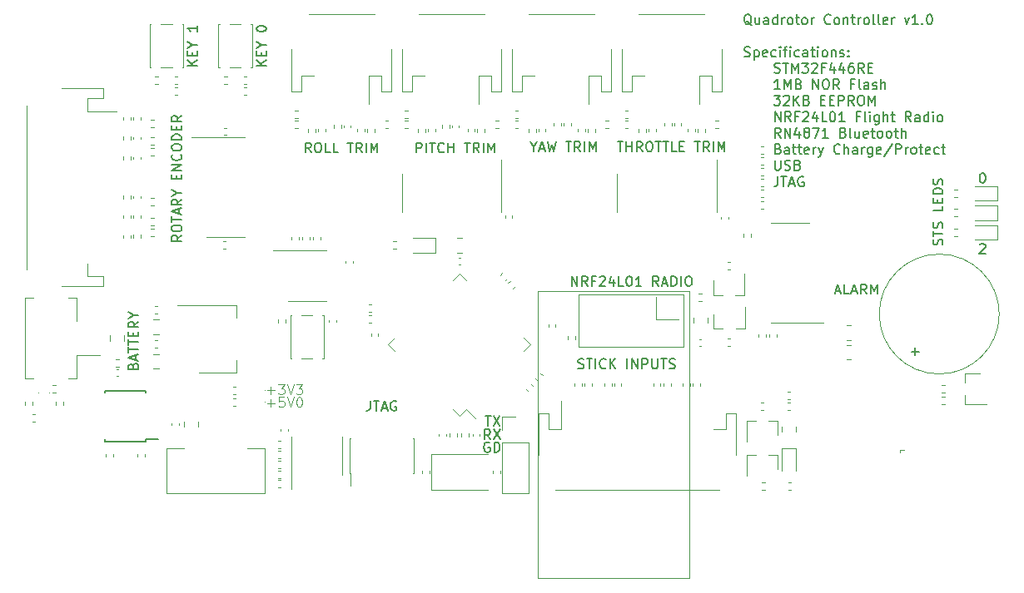
<source format=gbr>
%TF.GenerationSoftware,KiCad,Pcbnew,5.1.9-73d0e3b20d~88~ubuntu20.04.1*%
%TF.CreationDate,2021-03-25T20:20:19-05:00*%
%TF.ProjectId,DroneController,44726f6e-6543-46f6-9e74-726f6c6c6572,rev?*%
%TF.SameCoordinates,Original*%
%TF.FileFunction,Legend,Top*%
%TF.FilePolarity,Positive*%
%FSLAX46Y46*%
G04 Gerber Fmt 4.6, Leading zero omitted, Abs format (unit mm)*
G04 Created by KiCad (PCBNEW 5.1.9-73d0e3b20d~88~ubuntu20.04.1) date 2021-03-25 20:20:19*
%MOMM*%
%LPD*%
G01*
G04 APERTURE LIST*
%ADD10C,0.150000*%
%ADD11C,0.100000*%
%ADD12C,0.120000*%
G04 APERTURE END LIST*
D10*
X184502261Y-81897619D02*
X184407023Y-81850000D01*
X184311785Y-81754761D01*
X184168928Y-81611904D01*
X184073690Y-81564285D01*
X183978452Y-81564285D01*
X184026071Y-81802380D02*
X183930833Y-81754761D01*
X183835595Y-81659523D01*
X183787976Y-81469047D01*
X183787976Y-81135714D01*
X183835595Y-80945238D01*
X183930833Y-80850000D01*
X184026071Y-80802380D01*
X184216547Y-80802380D01*
X184311785Y-80850000D01*
X184407023Y-80945238D01*
X184454642Y-81135714D01*
X184454642Y-81469047D01*
X184407023Y-81659523D01*
X184311785Y-81754761D01*
X184216547Y-81802380D01*
X184026071Y-81802380D01*
X185311785Y-81135714D02*
X185311785Y-81802380D01*
X184883214Y-81135714D02*
X184883214Y-81659523D01*
X184930833Y-81754761D01*
X185026071Y-81802380D01*
X185168928Y-81802380D01*
X185264166Y-81754761D01*
X185311785Y-81707142D01*
X186216547Y-81802380D02*
X186216547Y-81278571D01*
X186168928Y-81183333D01*
X186073690Y-81135714D01*
X185883214Y-81135714D01*
X185787976Y-81183333D01*
X186216547Y-81754761D02*
X186121309Y-81802380D01*
X185883214Y-81802380D01*
X185787976Y-81754761D01*
X185740357Y-81659523D01*
X185740357Y-81564285D01*
X185787976Y-81469047D01*
X185883214Y-81421428D01*
X186121309Y-81421428D01*
X186216547Y-81373809D01*
X187121309Y-81802380D02*
X187121309Y-80802380D01*
X187121309Y-81754761D02*
X187026071Y-81802380D01*
X186835595Y-81802380D01*
X186740357Y-81754761D01*
X186692738Y-81707142D01*
X186645119Y-81611904D01*
X186645119Y-81326190D01*
X186692738Y-81230952D01*
X186740357Y-81183333D01*
X186835595Y-81135714D01*
X187026071Y-81135714D01*
X187121309Y-81183333D01*
X187597500Y-81802380D02*
X187597500Y-81135714D01*
X187597500Y-81326190D02*
X187645119Y-81230952D01*
X187692738Y-81183333D01*
X187787976Y-81135714D01*
X187883214Y-81135714D01*
X188359404Y-81802380D02*
X188264166Y-81754761D01*
X188216547Y-81707142D01*
X188168928Y-81611904D01*
X188168928Y-81326190D01*
X188216547Y-81230952D01*
X188264166Y-81183333D01*
X188359404Y-81135714D01*
X188502261Y-81135714D01*
X188597500Y-81183333D01*
X188645119Y-81230952D01*
X188692738Y-81326190D01*
X188692738Y-81611904D01*
X188645119Y-81707142D01*
X188597500Y-81754761D01*
X188502261Y-81802380D01*
X188359404Y-81802380D01*
X188978452Y-81135714D02*
X189359404Y-81135714D01*
X189121309Y-80802380D02*
X189121309Y-81659523D01*
X189168928Y-81754761D01*
X189264166Y-81802380D01*
X189359404Y-81802380D01*
X189835595Y-81802380D02*
X189740357Y-81754761D01*
X189692738Y-81707142D01*
X189645119Y-81611904D01*
X189645119Y-81326190D01*
X189692738Y-81230952D01*
X189740357Y-81183333D01*
X189835595Y-81135714D01*
X189978452Y-81135714D01*
X190073690Y-81183333D01*
X190121309Y-81230952D01*
X190168928Y-81326190D01*
X190168928Y-81611904D01*
X190121309Y-81707142D01*
X190073690Y-81754761D01*
X189978452Y-81802380D01*
X189835595Y-81802380D01*
X190597500Y-81802380D02*
X190597500Y-81135714D01*
X190597500Y-81326190D02*
X190645119Y-81230952D01*
X190692738Y-81183333D01*
X190787976Y-81135714D01*
X190883214Y-81135714D01*
X192549880Y-81707142D02*
X192502261Y-81754761D01*
X192359404Y-81802380D01*
X192264166Y-81802380D01*
X192121309Y-81754761D01*
X192026071Y-81659523D01*
X191978452Y-81564285D01*
X191930833Y-81373809D01*
X191930833Y-81230952D01*
X191978452Y-81040476D01*
X192026071Y-80945238D01*
X192121309Y-80850000D01*
X192264166Y-80802380D01*
X192359404Y-80802380D01*
X192502261Y-80850000D01*
X192549880Y-80897619D01*
X193121309Y-81802380D02*
X193026071Y-81754761D01*
X192978452Y-81707142D01*
X192930833Y-81611904D01*
X192930833Y-81326190D01*
X192978452Y-81230952D01*
X193026071Y-81183333D01*
X193121309Y-81135714D01*
X193264166Y-81135714D01*
X193359404Y-81183333D01*
X193407023Y-81230952D01*
X193454642Y-81326190D01*
X193454642Y-81611904D01*
X193407023Y-81707142D01*
X193359404Y-81754761D01*
X193264166Y-81802380D01*
X193121309Y-81802380D01*
X193883214Y-81135714D02*
X193883214Y-81802380D01*
X193883214Y-81230952D02*
X193930833Y-81183333D01*
X194026071Y-81135714D01*
X194168928Y-81135714D01*
X194264166Y-81183333D01*
X194311785Y-81278571D01*
X194311785Y-81802380D01*
X194645119Y-81135714D02*
X195026071Y-81135714D01*
X194787976Y-80802380D02*
X194787976Y-81659523D01*
X194835595Y-81754761D01*
X194930833Y-81802380D01*
X195026071Y-81802380D01*
X195359404Y-81802380D02*
X195359404Y-81135714D01*
X195359404Y-81326190D02*
X195407023Y-81230952D01*
X195454642Y-81183333D01*
X195549880Y-81135714D01*
X195645119Y-81135714D01*
X196121309Y-81802380D02*
X196026071Y-81754761D01*
X195978452Y-81707142D01*
X195930833Y-81611904D01*
X195930833Y-81326190D01*
X195978452Y-81230952D01*
X196026071Y-81183333D01*
X196121309Y-81135714D01*
X196264166Y-81135714D01*
X196359404Y-81183333D01*
X196407023Y-81230952D01*
X196454642Y-81326190D01*
X196454642Y-81611904D01*
X196407023Y-81707142D01*
X196359404Y-81754761D01*
X196264166Y-81802380D01*
X196121309Y-81802380D01*
X197026071Y-81802380D02*
X196930833Y-81754761D01*
X196883214Y-81659523D01*
X196883214Y-80802380D01*
X197549880Y-81802380D02*
X197454642Y-81754761D01*
X197407023Y-81659523D01*
X197407023Y-80802380D01*
X198311785Y-81754761D02*
X198216547Y-81802380D01*
X198026071Y-81802380D01*
X197930833Y-81754761D01*
X197883214Y-81659523D01*
X197883214Y-81278571D01*
X197930833Y-81183333D01*
X198026071Y-81135714D01*
X198216547Y-81135714D01*
X198311785Y-81183333D01*
X198359404Y-81278571D01*
X198359404Y-81373809D01*
X197883214Y-81469047D01*
X198787976Y-81802380D02*
X198787976Y-81135714D01*
X198787976Y-81326190D02*
X198835595Y-81230952D01*
X198883214Y-81183333D01*
X198978452Y-81135714D01*
X199073690Y-81135714D01*
X200073690Y-81135714D02*
X200311785Y-81802380D01*
X200549880Y-81135714D01*
X201454642Y-81802380D02*
X200883214Y-81802380D01*
X201168928Y-81802380D02*
X201168928Y-80802380D01*
X201073690Y-80945238D01*
X200978452Y-81040476D01*
X200883214Y-81088095D01*
X201883214Y-81707142D02*
X201930833Y-81754761D01*
X201883214Y-81802380D01*
X201835595Y-81754761D01*
X201883214Y-81707142D01*
X201883214Y-81802380D01*
X202549880Y-80802380D02*
X202645119Y-80802380D01*
X202740357Y-80850000D01*
X202787976Y-80897619D01*
X202835595Y-80992857D01*
X202883214Y-81183333D01*
X202883214Y-81421428D01*
X202835595Y-81611904D01*
X202787976Y-81707142D01*
X202740357Y-81754761D01*
X202645119Y-81802380D01*
X202549880Y-81802380D01*
X202454642Y-81754761D01*
X202407023Y-81707142D01*
X202359404Y-81611904D01*
X202311785Y-81421428D01*
X202311785Y-81183333D01*
X202359404Y-80992857D01*
X202407023Y-80897619D01*
X202454642Y-80850000D01*
X202549880Y-80802380D01*
X183787976Y-85054761D02*
X183930833Y-85102380D01*
X184168928Y-85102380D01*
X184264166Y-85054761D01*
X184311785Y-85007142D01*
X184359404Y-84911904D01*
X184359404Y-84816666D01*
X184311785Y-84721428D01*
X184264166Y-84673809D01*
X184168928Y-84626190D01*
X183978452Y-84578571D01*
X183883214Y-84530952D01*
X183835595Y-84483333D01*
X183787976Y-84388095D01*
X183787976Y-84292857D01*
X183835595Y-84197619D01*
X183883214Y-84150000D01*
X183978452Y-84102380D01*
X184216547Y-84102380D01*
X184359404Y-84150000D01*
X184787976Y-84435714D02*
X184787976Y-85435714D01*
X184787976Y-84483333D02*
X184883214Y-84435714D01*
X185073690Y-84435714D01*
X185168928Y-84483333D01*
X185216547Y-84530952D01*
X185264166Y-84626190D01*
X185264166Y-84911904D01*
X185216547Y-85007142D01*
X185168928Y-85054761D01*
X185073690Y-85102380D01*
X184883214Y-85102380D01*
X184787976Y-85054761D01*
X186073690Y-85054761D02*
X185978452Y-85102380D01*
X185787976Y-85102380D01*
X185692738Y-85054761D01*
X185645119Y-84959523D01*
X185645119Y-84578571D01*
X185692738Y-84483333D01*
X185787976Y-84435714D01*
X185978452Y-84435714D01*
X186073690Y-84483333D01*
X186121309Y-84578571D01*
X186121309Y-84673809D01*
X185645119Y-84769047D01*
X186978452Y-85054761D02*
X186883214Y-85102380D01*
X186692738Y-85102380D01*
X186597500Y-85054761D01*
X186549880Y-85007142D01*
X186502261Y-84911904D01*
X186502261Y-84626190D01*
X186549880Y-84530952D01*
X186597500Y-84483333D01*
X186692738Y-84435714D01*
X186883214Y-84435714D01*
X186978452Y-84483333D01*
X187407023Y-85102380D02*
X187407023Y-84435714D01*
X187407023Y-84102380D02*
X187359404Y-84150000D01*
X187407023Y-84197619D01*
X187454642Y-84150000D01*
X187407023Y-84102380D01*
X187407023Y-84197619D01*
X187740357Y-84435714D02*
X188121309Y-84435714D01*
X187883214Y-85102380D02*
X187883214Y-84245238D01*
X187930833Y-84150000D01*
X188026071Y-84102380D01*
X188121309Y-84102380D01*
X188454642Y-85102380D02*
X188454642Y-84435714D01*
X188454642Y-84102380D02*
X188407023Y-84150000D01*
X188454642Y-84197619D01*
X188502261Y-84150000D01*
X188454642Y-84102380D01*
X188454642Y-84197619D01*
X189359404Y-85054761D02*
X189264166Y-85102380D01*
X189073690Y-85102380D01*
X188978452Y-85054761D01*
X188930833Y-85007142D01*
X188883214Y-84911904D01*
X188883214Y-84626190D01*
X188930833Y-84530952D01*
X188978452Y-84483333D01*
X189073690Y-84435714D01*
X189264166Y-84435714D01*
X189359404Y-84483333D01*
X190216547Y-85102380D02*
X190216547Y-84578571D01*
X190168928Y-84483333D01*
X190073690Y-84435714D01*
X189883214Y-84435714D01*
X189787976Y-84483333D01*
X190216547Y-85054761D02*
X190121309Y-85102380D01*
X189883214Y-85102380D01*
X189787976Y-85054761D01*
X189740357Y-84959523D01*
X189740357Y-84864285D01*
X189787976Y-84769047D01*
X189883214Y-84721428D01*
X190121309Y-84721428D01*
X190216547Y-84673809D01*
X190549880Y-84435714D02*
X190930833Y-84435714D01*
X190692738Y-84102380D02*
X190692738Y-84959523D01*
X190740357Y-85054761D01*
X190835595Y-85102380D01*
X190930833Y-85102380D01*
X191264166Y-85102380D02*
X191264166Y-84435714D01*
X191264166Y-84102380D02*
X191216547Y-84150000D01*
X191264166Y-84197619D01*
X191311785Y-84150000D01*
X191264166Y-84102380D01*
X191264166Y-84197619D01*
X191883214Y-85102380D02*
X191787976Y-85054761D01*
X191740357Y-85007142D01*
X191692738Y-84911904D01*
X191692738Y-84626190D01*
X191740357Y-84530952D01*
X191787976Y-84483333D01*
X191883214Y-84435714D01*
X192026071Y-84435714D01*
X192121309Y-84483333D01*
X192168928Y-84530952D01*
X192216547Y-84626190D01*
X192216547Y-84911904D01*
X192168928Y-85007142D01*
X192121309Y-85054761D01*
X192026071Y-85102380D01*
X191883214Y-85102380D01*
X192645119Y-84435714D02*
X192645119Y-85102380D01*
X192645119Y-84530952D02*
X192692738Y-84483333D01*
X192787976Y-84435714D01*
X192930833Y-84435714D01*
X193026071Y-84483333D01*
X193073690Y-84578571D01*
X193073690Y-85102380D01*
X193502261Y-85054761D02*
X193597500Y-85102380D01*
X193787976Y-85102380D01*
X193883214Y-85054761D01*
X193930833Y-84959523D01*
X193930833Y-84911904D01*
X193883214Y-84816666D01*
X193787976Y-84769047D01*
X193645119Y-84769047D01*
X193549880Y-84721428D01*
X193502261Y-84626190D01*
X193502261Y-84578571D01*
X193549880Y-84483333D01*
X193645119Y-84435714D01*
X193787976Y-84435714D01*
X193883214Y-84483333D01*
X194359404Y-85007142D02*
X194407023Y-85054761D01*
X194359404Y-85102380D01*
X194311785Y-85054761D01*
X194359404Y-85007142D01*
X194359404Y-85102380D01*
X194359404Y-84483333D02*
X194407023Y-84530952D01*
X194359404Y-84578571D01*
X194311785Y-84530952D01*
X194359404Y-84483333D01*
X194359404Y-84578571D01*
X186835595Y-86704761D02*
X186978452Y-86752380D01*
X187216547Y-86752380D01*
X187311785Y-86704761D01*
X187359404Y-86657142D01*
X187407023Y-86561904D01*
X187407023Y-86466666D01*
X187359404Y-86371428D01*
X187311785Y-86323809D01*
X187216547Y-86276190D01*
X187026071Y-86228571D01*
X186930833Y-86180952D01*
X186883214Y-86133333D01*
X186835595Y-86038095D01*
X186835595Y-85942857D01*
X186883214Y-85847619D01*
X186930833Y-85800000D01*
X187026071Y-85752380D01*
X187264166Y-85752380D01*
X187407023Y-85800000D01*
X187692738Y-85752380D02*
X188264166Y-85752380D01*
X187978452Y-86752380D02*
X187978452Y-85752380D01*
X188597500Y-86752380D02*
X188597500Y-85752380D01*
X188930833Y-86466666D01*
X189264166Y-85752380D01*
X189264166Y-86752380D01*
X189645119Y-85752380D02*
X190264166Y-85752380D01*
X189930833Y-86133333D01*
X190073690Y-86133333D01*
X190168928Y-86180952D01*
X190216547Y-86228571D01*
X190264166Y-86323809D01*
X190264166Y-86561904D01*
X190216547Y-86657142D01*
X190168928Y-86704761D01*
X190073690Y-86752380D01*
X189787976Y-86752380D01*
X189692738Y-86704761D01*
X189645119Y-86657142D01*
X190645119Y-85847619D02*
X190692738Y-85800000D01*
X190787976Y-85752380D01*
X191026071Y-85752380D01*
X191121309Y-85800000D01*
X191168928Y-85847619D01*
X191216547Y-85942857D01*
X191216547Y-86038095D01*
X191168928Y-86180952D01*
X190597500Y-86752380D01*
X191216547Y-86752380D01*
X191978452Y-86228571D02*
X191645119Y-86228571D01*
X191645119Y-86752380D02*
X191645119Y-85752380D01*
X192121309Y-85752380D01*
X192930833Y-86085714D02*
X192930833Y-86752380D01*
X192692738Y-85704761D02*
X192454642Y-86419047D01*
X193073690Y-86419047D01*
X193883214Y-86085714D02*
X193883214Y-86752380D01*
X193645119Y-85704761D02*
X193407023Y-86419047D01*
X194026071Y-86419047D01*
X194835595Y-85752380D02*
X194645119Y-85752380D01*
X194549880Y-85800000D01*
X194502261Y-85847619D01*
X194407023Y-85990476D01*
X194359404Y-86180952D01*
X194359404Y-86561904D01*
X194407023Y-86657142D01*
X194454642Y-86704761D01*
X194549880Y-86752380D01*
X194740357Y-86752380D01*
X194835595Y-86704761D01*
X194883214Y-86657142D01*
X194930833Y-86561904D01*
X194930833Y-86323809D01*
X194883214Y-86228571D01*
X194835595Y-86180952D01*
X194740357Y-86133333D01*
X194549880Y-86133333D01*
X194454642Y-86180952D01*
X194407023Y-86228571D01*
X194359404Y-86323809D01*
X195930833Y-86752380D02*
X195597500Y-86276190D01*
X195359404Y-86752380D02*
X195359404Y-85752380D01*
X195740357Y-85752380D01*
X195835595Y-85800000D01*
X195883214Y-85847619D01*
X195930833Y-85942857D01*
X195930833Y-86085714D01*
X195883214Y-86180952D01*
X195835595Y-86228571D01*
X195740357Y-86276190D01*
X195359404Y-86276190D01*
X196359404Y-86228571D02*
X196692738Y-86228571D01*
X196835595Y-86752380D02*
X196359404Y-86752380D01*
X196359404Y-85752380D01*
X196835595Y-85752380D01*
X187407023Y-88402380D02*
X186835595Y-88402380D01*
X187121309Y-88402380D02*
X187121309Y-87402380D01*
X187026071Y-87545238D01*
X186930833Y-87640476D01*
X186835595Y-87688095D01*
X187835595Y-88402380D02*
X187835595Y-87402380D01*
X188168928Y-88116666D01*
X188502261Y-87402380D01*
X188502261Y-88402380D01*
X189311785Y-87878571D02*
X189454642Y-87926190D01*
X189502261Y-87973809D01*
X189549880Y-88069047D01*
X189549880Y-88211904D01*
X189502261Y-88307142D01*
X189454642Y-88354761D01*
X189359404Y-88402380D01*
X188978452Y-88402380D01*
X188978452Y-87402380D01*
X189311785Y-87402380D01*
X189407023Y-87450000D01*
X189454642Y-87497619D01*
X189502261Y-87592857D01*
X189502261Y-87688095D01*
X189454642Y-87783333D01*
X189407023Y-87830952D01*
X189311785Y-87878571D01*
X188978452Y-87878571D01*
X190740357Y-88402380D02*
X190740357Y-87402380D01*
X191311785Y-88402380D01*
X191311785Y-87402380D01*
X191978452Y-87402380D02*
X192168928Y-87402380D01*
X192264166Y-87450000D01*
X192359404Y-87545238D01*
X192407023Y-87735714D01*
X192407023Y-88069047D01*
X192359404Y-88259523D01*
X192264166Y-88354761D01*
X192168928Y-88402380D01*
X191978452Y-88402380D01*
X191883214Y-88354761D01*
X191787976Y-88259523D01*
X191740357Y-88069047D01*
X191740357Y-87735714D01*
X191787976Y-87545238D01*
X191883214Y-87450000D01*
X191978452Y-87402380D01*
X193407023Y-88402380D02*
X193073690Y-87926190D01*
X192835595Y-88402380D02*
X192835595Y-87402380D01*
X193216547Y-87402380D01*
X193311785Y-87450000D01*
X193359404Y-87497619D01*
X193407023Y-87592857D01*
X193407023Y-87735714D01*
X193359404Y-87830952D01*
X193311785Y-87878571D01*
X193216547Y-87926190D01*
X192835595Y-87926190D01*
X194930833Y-87878571D02*
X194597500Y-87878571D01*
X194597500Y-88402380D02*
X194597500Y-87402380D01*
X195073690Y-87402380D01*
X195597500Y-88402380D02*
X195502261Y-88354761D01*
X195454642Y-88259523D01*
X195454642Y-87402380D01*
X196407023Y-88402380D02*
X196407023Y-87878571D01*
X196359404Y-87783333D01*
X196264166Y-87735714D01*
X196073690Y-87735714D01*
X195978452Y-87783333D01*
X196407023Y-88354761D02*
X196311785Y-88402380D01*
X196073690Y-88402380D01*
X195978452Y-88354761D01*
X195930833Y-88259523D01*
X195930833Y-88164285D01*
X195978452Y-88069047D01*
X196073690Y-88021428D01*
X196311785Y-88021428D01*
X196407023Y-87973809D01*
X196835595Y-88354761D02*
X196930833Y-88402380D01*
X197121309Y-88402380D01*
X197216547Y-88354761D01*
X197264166Y-88259523D01*
X197264166Y-88211904D01*
X197216547Y-88116666D01*
X197121309Y-88069047D01*
X196978452Y-88069047D01*
X196883214Y-88021428D01*
X196835595Y-87926190D01*
X196835595Y-87878571D01*
X196883214Y-87783333D01*
X196978452Y-87735714D01*
X197121309Y-87735714D01*
X197216547Y-87783333D01*
X197692738Y-88402380D02*
X197692738Y-87402380D01*
X198121309Y-88402380D02*
X198121309Y-87878571D01*
X198073690Y-87783333D01*
X197978452Y-87735714D01*
X197835595Y-87735714D01*
X197740357Y-87783333D01*
X197692738Y-87830952D01*
X186787976Y-89052380D02*
X187407023Y-89052380D01*
X187073690Y-89433333D01*
X187216547Y-89433333D01*
X187311785Y-89480952D01*
X187359404Y-89528571D01*
X187407023Y-89623809D01*
X187407023Y-89861904D01*
X187359404Y-89957142D01*
X187311785Y-90004761D01*
X187216547Y-90052380D01*
X186930833Y-90052380D01*
X186835595Y-90004761D01*
X186787976Y-89957142D01*
X187787976Y-89147619D02*
X187835595Y-89100000D01*
X187930833Y-89052380D01*
X188168928Y-89052380D01*
X188264166Y-89100000D01*
X188311785Y-89147619D01*
X188359404Y-89242857D01*
X188359404Y-89338095D01*
X188311785Y-89480952D01*
X187740357Y-90052380D01*
X188359404Y-90052380D01*
X188787976Y-90052380D02*
X188787976Y-89052380D01*
X189359404Y-90052380D02*
X188930833Y-89480952D01*
X189359404Y-89052380D02*
X188787976Y-89623809D01*
X190121309Y-89528571D02*
X190264166Y-89576190D01*
X190311785Y-89623809D01*
X190359404Y-89719047D01*
X190359404Y-89861904D01*
X190311785Y-89957142D01*
X190264166Y-90004761D01*
X190168928Y-90052380D01*
X189787976Y-90052380D01*
X189787976Y-89052380D01*
X190121309Y-89052380D01*
X190216547Y-89100000D01*
X190264166Y-89147619D01*
X190311785Y-89242857D01*
X190311785Y-89338095D01*
X190264166Y-89433333D01*
X190216547Y-89480952D01*
X190121309Y-89528571D01*
X189787976Y-89528571D01*
X191549880Y-89528571D02*
X191883214Y-89528571D01*
X192026071Y-90052380D02*
X191549880Y-90052380D01*
X191549880Y-89052380D01*
X192026071Y-89052380D01*
X192454642Y-89528571D02*
X192787976Y-89528571D01*
X192930833Y-90052380D02*
X192454642Y-90052380D01*
X192454642Y-89052380D01*
X192930833Y-89052380D01*
X193359404Y-90052380D02*
X193359404Y-89052380D01*
X193740357Y-89052380D01*
X193835595Y-89100000D01*
X193883214Y-89147619D01*
X193930833Y-89242857D01*
X193930833Y-89385714D01*
X193883214Y-89480952D01*
X193835595Y-89528571D01*
X193740357Y-89576190D01*
X193359404Y-89576190D01*
X194930833Y-90052380D02*
X194597500Y-89576190D01*
X194359404Y-90052380D02*
X194359404Y-89052380D01*
X194740357Y-89052380D01*
X194835595Y-89100000D01*
X194883214Y-89147619D01*
X194930833Y-89242857D01*
X194930833Y-89385714D01*
X194883214Y-89480952D01*
X194835595Y-89528571D01*
X194740357Y-89576190D01*
X194359404Y-89576190D01*
X195549880Y-89052380D02*
X195740357Y-89052380D01*
X195835595Y-89100000D01*
X195930833Y-89195238D01*
X195978452Y-89385714D01*
X195978452Y-89719047D01*
X195930833Y-89909523D01*
X195835595Y-90004761D01*
X195740357Y-90052380D01*
X195549880Y-90052380D01*
X195454642Y-90004761D01*
X195359404Y-89909523D01*
X195311785Y-89719047D01*
X195311785Y-89385714D01*
X195359404Y-89195238D01*
X195454642Y-89100000D01*
X195549880Y-89052380D01*
X196407023Y-90052380D02*
X196407023Y-89052380D01*
X196740357Y-89766666D01*
X197073690Y-89052380D01*
X197073690Y-90052380D01*
X186883214Y-91702380D02*
X186883214Y-90702380D01*
X187454642Y-91702380D01*
X187454642Y-90702380D01*
X188502261Y-91702380D02*
X188168928Y-91226190D01*
X187930833Y-91702380D02*
X187930833Y-90702380D01*
X188311785Y-90702380D01*
X188407023Y-90750000D01*
X188454642Y-90797619D01*
X188502261Y-90892857D01*
X188502261Y-91035714D01*
X188454642Y-91130952D01*
X188407023Y-91178571D01*
X188311785Y-91226190D01*
X187930833Y-91226190D01*
X189264166Y-91178571D02*
X188930833Y-91178571D01*
X188930833Y-91702380D02*
X188930833Y-90702380D01*
X189407023Y-90702380D01*
X189740357Y-90797619D02*
X189787976Y-90750000D01*
X189883214Y-90702380D01*
X190121309Y-90702380D01*
X190216547Y-90750000D01*
X190264166Y-90797619D01*
X190311785Y-90892857D01*
X190311785Y-90988095D01*
X190264166Y-91130952D01*
X189692738Y-91702380D01*
X190311785Y-91702380D01*
X191168928Y-91035714D02*
X191168928Y-91702380D01*
X190930833Y-90654761D02*
X190692738Y-91369047D01*
X191311785Y-91369047D01*
X192168928Y-91702380D02*
X191692738Y-91702380D01*
X191692738Y-90702380D01*
X192692738Y-90702380D02*
X192787976Y-90702380D01*
X192883214Y-90750000D01*
X192930833Y-90797619D01*
X192978452Y-90892857D01*
X193026071Y-91083333D01*
X193026071Y-91321428D01*
X192978452Y-91511904D01*
X192930833Y-91607142D01*
X192883214Y-91654761D01*
X192787976Y-91702380D01*
X192692738Y-91702380D01*
X192597500Y-91654761D01*
X192549880Y-91607142D01*
X192502261Y-91511904D01*
X192454642Y-91321428D01*
X192454642Y-91083333D01*
X192502261Y-90892857D01*
X192549880Y-90797619D01*
X192597500Y-90750000D01*
X192692738Y-90702380D01*
X193978452Y-91702380D02*
X193407023Y-91702380D01*
X193692738Y-91702380D02*
X193692738Y-90702380D01*
X193597500Y-90845238D01*
X193502261Y-90940476D01*
X193407023Y-90988095D01*
X195502261Y-91178571D02*
X195168928Y-91178571D01*
X195168928Y-91702380D02*
X195168928Y-90702380D01*
X195645119Y-90702380D01*
X196168928Y-91702380D02*
X196073690Y-91654761D01*
X196026071Y-91559523D01*
X196026071Y-90702380D01*
X196549880Y-91702380D02*
X196549880Y-91035714D01*
X196549880Y-90702380D02*
X196502261Y-90750000D01*
X196549880Y-90797619D01*
X196597500Y-90750000D01*
X196549880Y-90702380D01*
X196549880Y-90797619D01*
X197454642Y-91035714D02*
X197454642Y-91845238D01*
X197407023Y-91940476D01*
X197359404Y-91988095D01*
X197264166Y-92035714D01*
X197121309Y-92035714D01*
X197026071Y-91988095D01*
X197454642Y-91654761D02*
X197359404Y-91702380D01*
X197168928Y-91702380D01*
X197073690Y-91654761D01*
X197026071Y-91607142D01*
X196978452Y-91511904D01*
X196978452Y-91226190D01*
X197026071Y-91130952D01*
X197073690Y-91083333D01*
X197168928Y-91035714D01*
X197359404Y-91035714D01*
X197454642Y-91083333D01*
X197930833Y-91702380D02*
X197930833Y-90702380D01*
X198359404Y-91702380D02*
X198359404Y-91178571D01*
X198311785Y-91083333D01*
X198216547Y-91035714D01*
X198073690Y-91035714D01*
X197978452Y-91083333D01*
X197930833Y-91130952D01*
X198692738Y-91035714D02*
X199073690Y-91035714D01*
X198835595Y-90702380D02*
X198835595Y-91559523D01*
X198883214Y-91654761D01*
X198978452Y-91702380D01*
X199073690Y-91702380D01*
X200740357Y-91702380D02*
X200407023Y-91226190D01*
X200168928Y-91702380D02*
X200168928Y-90702380D01*
X200549880Y-90702380D01*
X200645119Y-90750000D01*
X200692738Y-90797619D01*
X200740357Y-90892857D01*
X200740357Y-91035714D01*
X200692738Y-91130952D01*
X200645119Y-91178571D01*
X200549880Y-91226190D01*
X200168928Y-91226190D01*
X201597500Y-91702380D02*
X201597500Y-91178571D01*
X201549880Y-91083333D01*
X201454642Y-91035714D01*
X201264166Y-91035714D01*
X201168928Y-91083333D01*
X201597500Y-91654761D02*
X201502261Y-91702380D01*
X201264166Y-91702380D01*
X201168928Y-91654761D01*
X201121309Y-91559523D01*
X201121309Y-91464285D01*
X201168928Y-91369047D01*
X201264166Y-91321428D01*
X201502261Y-91321428D01*
X201597500Y-91273809D01*
X202502261Y-91702380D02*
X202502261Y-90702380D01*
X202502261Y-91654761D02*
X202407023Y-91702380D01*
X202216547Y-91702380D01*
X202121309Y-91654761D01*
X202073690Y-91607142D01*
X202026071Y-91511904D01*
X202026071Y-91226190D01*
X202073690Y-91130952D01*
X202121309Y-91083333D01*
X202216547Y-91035714D01*
X202407023Y-91035714D01*
X202502261Y-91083333D01*
X202978452Y-91702380D02*
X202978452Y-91035714D01*
X202978452Y-90702380D02*
X202930833Y-90750000D01*
X202978452Y-90797619D01*
X203026071Y-90750000D01*
X202978452Y-90702380D01*
X202978452Y-90797619D01*
X203597500Y-91702380D02*
X203502261Y-91654761D01*
X203454642Y-91607142D01*
X203407023Y-91511904D01*
X203407023Y-91226190D01*
X203454642Y-91130952D01*
X203502261Y-91083333D01*
X203597500Y-91035714D01*
X203740357Y-91035714D01*
X203835595Y-91083333D01*
X203883214Y-91130952D01*
X203930833Y-91226190D01*
X203930833Y-91511904D01*
X203883214Y-91607142D01*
X203835595Y-91654761D01*
X203740357Y-91702380D01*
X203597500Y-91702380D01*
X187454642Y-93352380D02*
X187121309Y-92876190D01*
X186883214Y-93352380D02*
X186883214Y-92352380D01*
X187264166Y-92352380D01*
X187359404Y-92400000D01*
X187407023Y-92447619D01*
X187454642Y-92542857D01*
X187454642Y-92685714D01*
X187407023Y-92780952D01*
X187359404Y-92828571D01*
X187264166Y-92876190D01*
X186883214Y-92876190D01*
X187883214Y-93352380D02*
X187883214Y-92352380D01*
X188454642Y-93352380D01*
X188454642Y-92352380D01*
X189359404Y-92685714D02*
X189359404Y-93352380D01*
X189121309Y-92304761D02*
X188883214Y-93019047D01*
X189502261Y-93019047D01*
X190026071Y-92780952D02*
X189930833Y-92733333D01*
X189883214Y-92685714D01*
X189835595Y-92590476D01*
X189835595Y-92542857D01*
X189883214Y-92447619D01*
X189930833Y-92400000D01*
X190026071Y-92352380D01*
X190216547Y-92352380D01*
X190311785Y-92400000D01*
X190359404Y-92447619D01*
X190407023Y-92542857D01*
X190407023Y-92590476D01*
X190359404Y-92685714D01*
X190311785Y-92733333D01*
X190216547Y-92780952D01*
X190026071Y-92780952D01*
X189930833Y-92828571D01*
X189883214Y-92876190D01*
X189835595Y-92971428D01*
X189835595Y-93161904D01*
X189883214Y-93257142D01*
X189930833Y-93304761D01*
X190026071Y-93352380D01*
X190216547Y-93352380D01*
X190311785Y-93304761D01*
X190359404Y-93257142D01*
X190407023Y-93161904D01*
X190407023Y-92971428D01*
X190359404Y-92876190D01*
X190311785Y-92828571D01*
X190216547Y-92780952D01*
X190740357Y-92352380D02*
X191407023Y-92352380D01*
X190978452Y-93352380D01*
X192311785Y-93352380D02*
X191740357Y-93352380D01*
X192026071Y-93352380D02*
X192026071Y-92352380D01*
X191930833Y-92495238D01*
X191835595Y-92590476D01*
X191740357Y-92638095D01*
X193835595Y-92828571D02*
X193978452Y-92876190D01*
X194026071Y-92923809D01*
X194073690Y-93019047D01*
X194073690Y-93161904D01*
X194026071Y-93257142D01*
X193978452Y-93304761D01*
X193883214Y-93352380D01*
X193502261Y-93352380D01*
X193502261Y-92352380D01*
X193835595Y-92352380D01*
X193930833Y-92400000D01*
X193978452Y-92447619D01*
X194026071Y-92542857D01*
X194026071Y-92638095D01*
X193978452Y-92733333D01*
X193930833Y-92780952D01*
X193835595Y-92828571D01*
X193502261Y-92828571D01*
X194645119Y-93352380D02*
X194549880Y-93304761D01*
X194502261Y-93209523D01*
X194502261Y-92352380D01*
X195454642Y-92685714D02*
X195454642Y-93352380D01*
X195026071Y-92685714D02*
X195026071Y-93209523D01*
X195073690Y-93304761D01*
X195168928Y-93352380D01*
X195311785Y-93352380D01*
X195407023Y-93304761D01*
X195454642Y-93257142D01*
X196311785Y-93304761D02*
X196216547Y-93352380D01*
X196026071Y-93352380D01*
X195930833Y-93304761D01*
X195883214Y-93209523D01*
X195883214Y-92828571D01*
X195930833Y-92733333D01*
X196026071Y-92685714D01*
X196216547Y-92685714D01*
X196311785Y-92733333D01*
X196359404Y-92828571D01*
X196359404Y-92923809D01*
X195883214Y-93019047D01*
X196645119Y-92685714D02*
X197026071Y-92685714D01*
X196787976Y-92352380D02*
X196787976Y-93209523D01*
X196835595Y-93304761D01*
X196930833Y-93352380D01*
X197026071Y-93352380D01*
X197502261Y-93352380D02*
X197407023Y-93304761D01*
X197359404Y-93257142D01*
X197311785Y-93161904D01*
X197311785Y-92876190D01*
X197359404Y-92780952D01*
X197407023Y-92733333D01*
X197502261Y-92685714D01*
X197645119Y-92685714D01*
X197740357Y-92733333D01*
X197787976Y-92780952D01*
X197835595Y-92876190D01*
X197835595Y-93161904D01*
X197787976Y-93257142D01*
X197740357Y-93304761D01*
X197645119Y-93352380D01*
X197502261Y-93352380D01*
X198407023Y-93352380D02*
X198311785Y-93304761D01*
X198264166Y-93257142D01*
X198216547Y-93161904D01*
X198216547Y-92876190D01*
X198264166Y-92780952D01*
X198311785Y-92733333D01*
X198407023Y-92685714D01*
X198549880Y-92685714D01*
X198645119Y-92733333D01*
X198692738Y-92780952D01*
X198740357Y-92876190D01*
X198740357Y-93161904D01*
X198692738Y-93257142D01*
X198645119Y-93304761D01*
X198549880Y-93352380D01*
X198407023Y-93352380D01*
X199026071Y-92685714D02*
X199407023Y-92685714D01*
X199168928Y-92352380D02*
X199168928Y-93209523D01*
X199216547Y-93304761D01*
X199311785Y-93352380D01*
X199407023Y-93352380D01*
X199740357Y-93352380D02*
X199740357Y-92352380D01*
X200168928Y-93352380D02*
X200168928Y-92828571D01*
X200121309Y-92733333D01*
X200026071Y-92685714D01*
X199883214Y-92685714D01*
X199787976Y-92733333D01*
X199740357Y-92780952D01*
X187216547Y-94478571D02*
X187359404Y-94526190D01*
X187407023Y-94573809D01*
X187454642Y-94669047D01*
X187454642Y-94811904D01*
X187407023Y-94907142D01*
X187359404Y-94954761D01*
X187264166Y-95002380D01*
X186883214Y-95002380D01*
X186883214Y-94002380D01*
X187216547Y-94002380D01*
X187311785Y-94050000D01*
X187359404Y-94097619D01*
X187407023Y-94192857D01*
X187407023Y-94288095D01*
X187359404Y-94383333D01*
X187311785Y-94430952D01*
X187216547Y-94478571D01*
X186883214Y-94478571D01*
X188311785Y-95002380D02*
X188311785Y-94478571D01*
X188264166Y-94383333D01*
X188168928Y-94335714D01*
X187978452Y-94335714D01*
X187883214Y-94383333D01*
X188311785Y-94954761D02*
X188216547Y-95002380D01*
X187978452Y-95002380D01*
X187883214Y-94954761D01*
X187835595Y-94859523D01*
X187835595Y-94764285D01*
X187883214Y-94669047D01*
X187978452Y-94621428D01*
X188216547Y-94621428D01*
X188311785Y-94573809D01*
X188645119Y-94335714D02*
X189026071Y-94335714D01*
X188787976Y-94002380D02*
X188787976Y-94859523D01*
X188835595Y-94954761D01*
X188930833Y-95002380D01*
X189026071Y-95002380D01*
X189216547Y-94335714D02*
X189597500Y-94335714D01*
X189359404Y-94002380D02*
X189359404Y-94859523D01*
X189407023Y-94954761D01*
X189502261Y-95002380D01*
X189597500Y-95002380D01*
X190311785Y-94954761D02*
X190216547Y-95002380D01*
X190026071Y-95002380D01*
X189930833Y-94954761D01*
X189883214Y-94859523D01*
X189883214Y-94478571D01*
X189930833Y-94383333D01*
X190026071Y-94335714D01*
X190216547Y-94335714D01*
X190311785Y-94383333D01*
X190359404Y-94478571D01*
X190359404Y-94573809D01*
X189883214Y-94669047D01*
X190787976Y-95002380D02*
X190787976Y-94335714D01*
X190787976Y-94526190D02*
X190835595Y-94430952D01*
X190883214Y-94383333D01*
X190978452Y-94335714D01*
X191073690Y-94335714D01*
X191311785Y-94335714D02*
X191549880Y-95002380D01*
X191787976Y-94335714D02*
X191549880Y-95002380D01*
X191454642Y-95240476D01*
X191407023Y-95288095D01*
X191311785Y-95335714D01*
X193502261Y-94907142D02*
X193454642Y-94954761D01*
X193311785Y-95002380D01*
X193216547Y-95002380D01*
X193073690Y-94954761D01*
X192978452Y-94859523D01*
X192930833Y-94764285D01*
X192883214Y-94573809D01*
X192883214Y-94430952D01*
X192930833Y-94240476D01*
X192978452Y-94145238D01*
X193073690Y-94050000D01*
X193216547Y-94002380D01*
X193311785Y-94002380D01*
X193454642Y-94050000D01*
X193502261Y-94097619D01*
X193930833Y-95002380D02*
X193930833Y-94002380D01*
X194359404Y-95002380D02*
X194359404Y-94478571D01*
X194311785Y-94383333D01*
X194216547Y-94335714D01*
X194073690Y-94335714D01*
X193978452Y-94383333D01*
X193930833Y-94430952D01*
X195264166Y-95002380D02*
X195264166Y-94478571D01*
X195216547Y-94383333D01*
X195121309Y-94335714D01*
X194930833Y-94335714D01*
X194835595Y-94383333D01*
X195264166Y-94954761D02*
X195168928Y-95002380D01*
X194930833Y-95002380D01*
X194835595Y-94954761D01*
X194787976Y-94859523D01*
X194787976Y-94764285D01*
X194835595Y-94669047D01*
X194930833Y-94621428D01*
X195168928Y-94621428D01*
X195264166Y-94573809D01*
X195740357Y-95002380D02*
X195740357Y-94335714D01*
X195740357Y-94526190D02*
X195787976Y-94430952D01*
X195835595Y-94383333D01*
X195930833Y-94335714D01*
X196026071Y-94335714D01*
X196787976Y-94335714D02*
X196787976Y-95145238D01*
X196740357Y-95240476D01*
X196692738Y-95288095D01*
X196597500Y-95335714D01*
X196454642Y-95335714D01*
X196359404Y-95288095D01*
X196787976Y-94954761D02*
X196692738Y-95002380D01*
X196502261Y-95002380D01*
X196407023Y-94954761D01*
X196359404Y-94907142D01*
X196311785Y-94811904D01*
X196311785Y-94526190D01*
X196359404Y-94430952D01*
X196407023Y-94383333D01*
X196502261Y-94335714D01*
X196692738Y-94335714D01*
X196787976Y-94383333D01*
X197645119Y-94954761D02*
X197549880Y-95002380D01*
X197359404Y-95002380D01*
X197264166Y-94954761D01*
X197216547Y-94859523D01*
X197216547Y-94478571D01*
X197264166Y-94383333D01*
X197359404Y-94335714D01*
X197549880Y-94335714D01*
X197645119Y-94383333D01*
X197692738Y-94478571D01*
X197692738Y-94573809D01*
X197216547Y-94669047D01*
X198835595Y-93954761D02*
X197978452Y-95240476D01*
X199168928Y-95002380D02*
X199168928Y-94002380D01*
X199549880Y-94002380D01*
X199645119Y-94050000D01*
X199692738Y-94097619D01*
X199740357Y-94192857D01*
X199740357Y-94335714D01*
X199692738Y-94430952D01*
X199645119Y-94478571D01*
X199549880Y-94526190D01*
X199168928Y-94526190D01*
X200168928Y-95002380D02*
X200168928Y-94335714D01*
X200168928Y-94526190D02*
X200216547Y-94430952D01*
X200264166Y-94383333D01*
X200359404Y-94335714D01*
X200454642Y-94335714D01*
X200930833Y-95002380D02*
X200835595Y-94954761D01*
X200787976Y-94907142D01*
X200740357Y-94811904D01*
X200740357Y-94526190D01*
X200787976Y-94430952D01*
X200835595Y-94383333D01*
X200930833Y-94335714D01*
X201073690Y-94335714D01*
X201168928Y-94383333D01*
X201216547Y-94430952D01*
X201264166Y-94526190D01*
X201264166Y-94811904D01*
X201216547Y-94907142D01*
X201168928Y-94954761D01*
X201073690Y-95002380D01*
X200930833Y-95002380D01*
X201549880Y-94335714D02*
X201930833Y-94335714D01*
X201692738Y-94002380D02*
X201692738Y-94859523D01*
X201740357Y-94954761D01*
X201835595Y-95002380D01*
X201930833Y-95002380D01*
X202645119Y-94954761D02*
X202549880Y-95002380D01*
X202359404Y-95002380D01*
X202264166Y-94954761D01*
X202216547Y-94859523D01*
X202216547Y-94478571D01*
X202264166Y-94383333D01*
X202359404Y-94335714D01*
X202549880Y-94335714D01*
X202645119Y-94383333D01*
X202692738Y-94478571D01*
X202692738Y-94573809D01*
X202216547Y-94669047D01*
X203549880Y-94954761D02*
X203454642Y-95002380D01*
X203264166Y-95002380D01*
X203168928Y-94954761D01*
X203121309Y-94907142D01*
X203073690Y-94811904D01*
X203073690Y-94526190D01*
X203121309Y-94430952D01*
X203168928Y-94383333D01*
X203264166Y-94335714D01*
X203454642Y-94335714D01*
X203549880Y-94383333D01*
X203835595Y-94335714D02*
X204216547Y-94335714D01*
X203978452Y-94002380D02*
X203978452Y-94859523D01*
X204026071Y-94954761D01*
X204121309Y-95002380D01*
X204216547Y-95002380D01*
X186883214Y-95652380D02*
X186883214Y-96461904D01*
X186930833Y-96557142D01*
X186978452Y-96604761D01*
X187073690Y-96652380D01*
X187264166Y-96652380D01*
X187359404Y-96604761D01*
X187407023Y-96557142D01*
X187454642Y-96461904D01*
X187454642Y-95652380D01*
X187883214Y-96604761D02*
X188026071Y-96652380D01*
X188264166Y-96652380D01*
X188359404Y-96604761D01*
X188407023Y-96557142D01*
X188454642Y-96461904D01*
X188454642Y-96366666D01*
X188407023Y-96271428D01*
X188359404Y-96223809D01*
X188264166Y-96176190D01*
X188073690Y-96128571D01*
X187978452Y-96080952D01*
X187930833Y-96033333D01*
X187883214Y-95938095D01*
X187883214Y-95842857D01*
X187930833Y-95747619D01*
X187978452Y-95700000D01*
X188073690Y-95652380D01*
X188311785Y-95652380D01*
X188454642Y-95700000D01*
X189216547Y-96128571D02*
X189359404Y-96176190D01*
X189407023Y-96223809D01*
X189454642Y-96319047D01*
X189454642Y-96461904D01*
X189407023Y-96557142D01*
X189359404Y-96604761D01*
X189264166Y-96652380D01*
X188883214Y-96652380D01*
X188883214Y-95652380D01*
X189216547Y-95652380D01*
X189311785Y-95700000D01*
X189359404Y-95747619D01*
X189407023Y-95842857D01*
X189407023Y-95938095D01*
X189359404Y-96033333D01*
X189311785Y-96080952D01*
X189216547Y-96128571D01*
X188883214Y-96128571D01*
X187168928Y-97302380D02*
X187168928Y-98016666D01*
X187121309Y-98159523D01*
X187026071Y-98254761D01*
X186883214Y-98302380D01*
X186787976Y-98302380D01*
X187502261Y-97302380D02*
X188073690Y-97302380D01*
X187787976Y-98302380D02*
X187787976Y-97302380D01*
X188359404Y-98016666D02*
X188835595Y-98016666D01*
X188264166Y-98302380D02*
X188597500Y-97302380D01*
X188930833Y-98302380D01*
X189787976Y-97350000D02*
X189692738Y-97302380D01*
X189549880Y-97302380D01*
X189407023Y-97350000D01*
X189311785Y-97445238D01*
X189264166Y-97540476D01*
X189216547Y-97730952D01*
X189216547Y-97873809D01*
X189264166Y-98064285D01*
X189311785Y-98159523D01*
X189407023Y-98254761D01*
X189549880Y-98302380D01*
X189645119Y-98302380D01*
X189787976Y-98254761D01*
X189835595Y-98207142D01*
X189835595Y-97873809D01*
X189645119Y-97873809D01*
X157861904Y-124400000D02*
X157766666Y-124352380D01*
X157623809Y-124352380D01*
X157480952Y-124400000D01*
X157385714Y-124495238D01*
X157338095Y-124590476D01*
X157290476Y-124780952D01*
X157290476Y-124923809D01*
X157338095Y-125114285D01*
X157385714Y-125209523D01*
X157480952Y-125304761D01*
X157623809Y-125352380D01*
X157719047Y-125352380D01*
X157861904Y-125304761D01*
X157909523Y-125257142D01*
X157909523Y-124923809D01*
X157719047Y-124923809D01*
X158338095Y-125352380D02*
X158338095Y-124352380D01*
X158576190Y-124352380D01*
X158719047Y-124400000D01*
X158814285Y-124495238D01*
X158861904Y-124590476D01*
X158909523Y-124780952D01*
X158909523Y-124923809D01*
X158861904Y-125114285D01*
X158814285Y-125209523D01*
X158719047Y-125304761D01*
X158576190Y-125352380D01*
X158338095Y-125352380D01*
X166871428Y-116804761D02*
X167014285Y-116852380D01*
X167252380Y-116852380D01*
X167347619Y-116804761D01*
X167395238Y-116757142D01*
X167442857Y-116661904D01*
X167442857Y-116566666D01*
X167395238Y-116471428D01*
X167347619Y-116423809D01*
X167252380Y-116376190D01*
X167061904Y-116328571D01*
X166966666Y-116280952D01*
X166919047Y-116233333D01*
X166871428Y-116138095D01*
X166871428Y-116042857D01*
X166919047Y-115947619D01*
X166966666Y-115900000D01*
X167061904Y-115852380D01*
X167300000Y-115852380D01*
X167442857Y-115900000D01*
X167728571Y-115852380D02*
X168300000Y-115852380D01*
X168014285Y-116852380D02*
X168014285Y-115852380D01*
X168633333Y-116852380D02*
X168633333Y-115852380D01*
X169680952Y-116757142D02*
X169633333Y-116804761D01*
X169490476Y-116852380D01*
X169395238Y-116852380D01*
X169252380Y-116804761D01*
X169157142Y-116709523D01*
X169109523Y-116614285D01*
X169061904Y-116423809D01*
X169061904Y-116280952D01*
X169109523Y-116090476D01*
X169157142Y-115995238D01*
X169252380Y-115900000D01*
X169395238Y-115852380D01*
X169490476Y-115852380D01*
X169633333Y-115900000D01*
X169680952Y-115947619D01*
X170109523Y-116852380D02*
X170109523Y-115852380D01*
X170680952Y-116852380D02*
X170252380Y-116280952D01*
X170680952Y-115852380D02*
X170109523Y-116423809D01*
X171871428Y-116852380D02*
X171871428Y-115852380D01*
X172347619Y-116852380D02*
X172347619Y-115852380D01*
X172919047Y-116852380D01*
X172919047Y-115852380D01*
X173395238Y-116852380D02*
X173395238Y-115852380D01*
X173776190Y-115852380D01*
X173871428Y-115900000D01*
X173919047Y-115947619D01*
X173966666Y-116042857D01*
X173966666Y-116185714D01*
X173919047Y-116280952D01*
X173871428Y-116328571D01*
X173776190Y-116376190D01*
X173395238Y-116376190D01*
X174395238Y-115852380D02*
X174395238Y-116661904D01*
X174442857Y-116757142D01*
X174490476Y-116804761D01*
X174585714Y-116852380D01*
X174776190Y-116852380D01*
X174871428Y-116804761D01*
X174919047Y-116757142D01*
X174966666Y-116661904D01*
X174966666Y-115852380D01*
X175300000Y-115852380D02*
X175871428Y-115852380D01*
X175585714Y-116852380D02*
X175585714Y-115852380D01*
X176157142Y-116804761D02*
X176300000Y-116852380D01*
X176538095Y-116852380D01*
X176633333Y-116804761D01*
X176680952Y-116757142D01*
X176728571Y-116661904D01*
X176728571Y-116566666D01*
X176680952Y-116471428D01*
X176633333Y-116423809D01*
X176538095Y-116376190D01*
X176347619Y-116328571D01*
X176252380Y-116280952D01*
X176204761Y-116233333D01*
X176157142Y-116138095D01*
X176157142Y-116042857D01*
X176204761Y-115947619D01*
X176252380Y-115900000D01*
X176347619Y-115852380D01*
X176585714Y-115852380D01*
X176728571Y-115900000D01*
X128152380Y-86000000D02*
X127152380Y-86000000D01*
X128152380Y-85428571D02*
X127580952Y-85857142D01*
X127152380Y-85428571D02*
X127723809Y-86000000D01*
X127628571Y-85000000D02*
X127628571Y-84666666D01*
X128152380Y-84523809D02*
X128152380Y-85000000D01*
X127152380Y-85000000D01*
X127152380Y-84523809D01*
X127676190Y-83904761D02*
X128152380Y-83904761D01*
X127152380Y-84238095D02*
X127676190Y-83904761D01*
X127152380Y-83571428D01*
X128152380Y-81952380D02*
X128152380Y-82523809D01*
X128152380Y-82238095D02*
X127152380Y-82238095D01*
X127295238Y-82333333D01*
X127390476Y-82428571D01*
X127438095Y-82523809D01*
X135152380Y-86000000D02*
X134152380Y-86000000D01*
X135152380Y-85428571D02*
X134580952Y-85857142D01*
X134152380Y-85428571D02*
X134723809Y-86000000D01*
X134628571Y-85000000D02*
X134628571Y-84666666D01*
X135152380Y-84523809D02*
X135152380Y-85000000D01*
X134152380Y-85000000D01*
X134152380Y-84523809D01*
X134676190Y-83904761D02*
X135152380Y-83904761D01*
X134152380Y-84238095D02*
X134676190Y-83904761D01*
X134152380Y-83571428D01*
X134152380Y-82285714D02*
X134152380Y-82190476D01*
X134200000Y-82095238D01*
X134247619Y-82047619D01*
X134342857Y-82000000D01*
X134533333Y-81952380D01*
X134771428Y-81952380D01*
X134961904Y-82000000D01*
X135057142Y-82047619D01*
X135104761Y-82095238D01*
X135152380Y-82190476D01*
X135152380Y-82285714D01*
X135104761Y-82380952D01*
X135057142Y-82428571D01*
X134961904Y-82476190D01*
X134771428Y-82523809D01*
X134533333Y-82523809D01*
X134342857Y-82476190D01*
X134247619Y-82428571D01*
X134200000Y-82380952D01*
X134152380Y-82285714D01*
X126552380Y-103285714D02*
X126076190Y-103619047D01*
X126552380Y-103857142D02*
X125552380Y-103857142D01*
X125552380Y-103476190D01*
X125600000Y-103380952D01*
X125647619Y-103333333D01*
X125742857Y-103285714D01*
X125885714Y-103285714D01*
X125980952Y-103333333D01*
X126028571Y-103380952D01*
X126076190Y-103476190D01*
X126076190Y-103857142D01*
X125552380Y-102666666D02*
X125552380Y-102476190D01*
X125600000Y-102380952D01*
X125695238Y-102285714D01*
X125885714Y-102238095D01*
X126219047Y-102238095D01*
X126409523Y-102285714D01*
X126504761Y-102380952D01*
X126552380Y-102476190D01*
X126552380Y-102666666D01*
X126504761Y-102761904D01*
X126409523Y-102857142D01*
X126219047Y-102904761D01*
X125885714Y-102904761D01*
X125695238Y-102857142D01*
X125600000Y-102761904D01*
X125552380Y-102666666D01*
X125552380Y-101952380D02*
X125552380Y-101380952D01*
X126552380Y-101666666D02*
X125552380Y-101666666D01*
X126266666Y-101095238D02*
X126266666Y-100619047D01*
X126552380Y-101190476D02*
X125552380Y-100857142D01*
X126552380Y-100523809D01*
X126552380Y-99619047D02*
X126076190Y-99952380D01*
X126552380Y-100190476D02*
X125552380Y-100190476D01*
X125552380Y-99809523D01*
X125600000Y-99714285D01*
X125647619Y-99666666D01*
X125742857Y-99619047D01*
X125885714Y-99619047D01*
X125980952Y-99666666D01*
X126028571Y-99714285D01*
X126076190Y-99809523D01*
X126076190Y-100190476D01*
X126076190Y-99000000D02*
X126552380Y-99000000D01*
X125552380Y-99333333D02*
X126076190Y-99000000D01*
X125552380Y-98666666D01*
X126028571Y-97571428D02*
X126028571Y-97238095D01*
X126552380Y-97095238D02*
X126552380Y-97571428D01*
X125552380Y-97571428D01*
X125552380Y-97095238D01*
X126552380Y-96666666D02*
X125552380Y-96666666D01*
X126552380Y-96095238D01*
X125552380Y-96095238D01*
X126457142Y-95047619D02*
X126504761Y-95095238D01*
X126552380Y-95238095D01*
X126552380Y-95333333D01*
X126504761Y-95476190D01*
X126409523Y-95571428D01*
X126314285Y-95619047D01*
X126123809Y-95666666D01*
X125980952Y-95666666D01*
X125790476Y-95619047D01*
X125695238Y-95571428D01*
X125600000Y-95476190D01*
X125552380Y-95333333D01*
X125552380Y-95238095D01*
X125600000Y-95095238D01*
X125647619Y-95047619D01*
X125552380Y-94428571D02*
X125552380Y-94238095D01*
X125600000Y-94142857D01*
X125695238Y-94047619D01*
X125885714Y-94000000D01*
X126219047Y-94000000D01*
X126409523Y-94047619D01*
X126504761Y-94142857D01*
X126552380Y-94238095D01*
X126552380Y-94428571D01*
X126504761Y-94523809D01*
X126409523Y-94619047D01*
X126219047Y-94666666D01*
X125885714Y-94666666D01*
X125695238Y-94619047D01*
X125600000Y-94523809D01*
X125552380Y-94428571D01*
X126552380Y-93571428D02*
X125552380Y-93571428D01*
X125552380Y-93333333D01*
X125600000Y-93190476D01*
X125695238Y-93095238D01*
X125790476Y-93047619D01*
X125980952Y-93000000D01*
X126123809Y-93000000D01*
X126314285Y-93047619D01*
X126409523Y-93095238D01*
X126504761Y-93190476D01*
X126552380Y-93333333D01*
X126552380Y-93571428D01*
X126028571Y-92571428D02*
X126028571Y-92238095D01*
X126552380Y-92095238D02*
X126552380Y-92571428D01*
X125552380Y-92571428D01*
X125552380Y-92095238D01*
X126552380Y-91095238D02*
X126076190Y-91428571D01*
X126552380Y-91666666D02*
X125552380Y-91666666D01*
X125552380Y-91285714D01*
X125600000Y-91190476D01*
X125647619Y-91142857D01*
X125742857Y-91095238D01*
X125885714Y-91095238D01*
X125980952Y-91142857D01*
X126028571Y-91190476D01*
X126076190Y-91285714D01*
X126076190Y-91666666D01*
X121628571Y-116600000D02*
X121676190Y-116457142D01*
X121723809Y-116409523D01*
X121819047Y-116361904D01*
X121961904Y-116361904D01*
X122057142Y-116409523D01*
X122104761Y-116457142D01*
X122152380Y-116552380D01*
X122152380Y-116933333D01*
X121152380Y-116933333D01*
X121152380Y-116600000D01*
X121200000Y-116504761D01*
X121247619Y-116457142D01*
X121342857Y-116409523D01*
X121438095Y-116409523D01*
X121533333Y-116457142D01*
X121580952Y-116504761D01*
X121628571Y-116600000D01*
X121628571Y-116933333D01*
X121866666Y-115980952D02*
X121866666Y-115504761D01*
X122152380Y-116076190D02*
X121152380Y-115742857D01*
X122152380Y-115409523D01*
X121152380Y-115219047D02*
X121152380Y-114647619D01*
X122152380Y-114933333D02*
X121152380Y-114933333D01*
X121152380Y-114457142D02*
X121152380Y-113885714D01*
X122152380Y-114171428D02*
X121152380Y-114171428D01*
X121628571Y-113552380D02*
X121628571Y-113219047D01*
X122152380Y-113076190D02*
X122152380Y-113552380D01*
X121152380Y-113552380D01*
X121152380Y-113076190D01*
X122152380Y-112076190D02*
X121676190Y-112409523D01*
X122152380Y-112647619D02*
X121152380Y-112647619D01*
X121152380Y-112266666D01*
X121200000Y-112171428D01*
X121247619Y-112123809D01*
X121342857Y-112076190D01*
X121485714Y-112076190D01*
X121580952Y-112123809D01*
X121628571Y-112171428D01*
X121676190Y-112266666D01*
X121676190Y-112647619D01*
X121676190Y-111457142D02*
X122152380Y-111457142D01*
X121152380Y-111790476D02*
X121676190Y-111457142D01*
X121152380Y-111123809D01*
X145733333Y-120152380D02*
X145733333Y-120866666D01*
X145685714Y-121009523D01*
X145590476Y-121104761D01*
X145447619Y-121152380D01*
X145352380Y-121152380D01*
X146066666Y-120152380D02*
X146638095Y-120152380D01*
X146352380Y-121152380D02*
X146352380Y-120152380D01*
X146923809Y-120866666D02*
X147400000Y-120866666D01*
X146828571Y-121152380D02*
X147161904Y-120152380D01*
X147495238Y-121152380D01*
X148352380Y-120200000D02*
X148257142Y-120152380D01*
X148114285Y-120152380D01*
X147971428Y-120200000D01*
X147876190Y-120295238D01*
X147828571Y-120390476D01*
X147780952Y-120580952D01*
X147780952Y-120723809D01*
X147828571Y-120914285D01*
X147876190Y-121009523D01*
X147971428Y-121104761D01*
X148114285Y-121152380D01*
X148209523Y-121152380D01*
X148352380Y-121104761D01*
X148400000Y-121057142D01*
X148400000Y-120723809D01*
X148209523Y-120723809D01*
X157933333Y-124052380D02*
X157600000Y-123576190D01*
X157361904Y-124052380D02*
X157361904Y-123052380D01*
X157742857Y-123052380D01*
X157838095Y-123100000D01*
X157885714Y-123147619D01*
X157933333Y-123242857D01*
X157933333Y-123385714D01*
X157885714Y-123480952D01*
X157838095Y-123528571D01*
X157742857Y-123576190D01*
X157361904Y-123576190D01*
X158266666Y-123052380D02*
X158933333Y-124052380D01*
X158933333Y-123052380D02*
X158266666Y-124052380D01*
X157438095Y-121652380D02*
X158009523Y-121652380D01*
X157723809Y-122652380D02*
X157723809Y-121652380D01*
X158247619Y-121652380D02*
X158914285Y-122652380D01*
X158914285Y-121652380D02*
X158247619Y-122652380D01*
X166204761Y-108452380D02*
X166204761Y-107452380D01*
X166776190Y-108452380D01*
X166776190Y-107452380D01*
X167823809Y-108452380D02*
X167490476Y-107976190D01*
X167252380Y-108452380D02*
X167252380Y-107452380D01*
X167633333Y-107452380D01*
X167728571Y-107500000D01*
X167776190Y-107547619D01*
X167823809Y-107642857D01*
X167823809Y-107785714D01*
X167776190Y-107880952D01*
X167728571Y-107928571D01*
X167633333Y-107976190D01*
X167252380Y-107976190D01*
X168585714Y-107928571D02*
X168252380Y-107928571D01*
X168252380Y-108452380D02*
X168252380Y-107452380D01*
X168728571Y-107452380D01*
X169061904Y-107547619D02*
X169109523Y-107500000D01*
X169204761Y-107452380D01*
X169442857Y-107452380D01*
X169538095Y-107500000D01*
X169585714Y-107547619D01*
X169633333Y-107642857D01*
X169633333Y-107738095D01*
X169585714Y-107880952D01*
X169014285Y-108452380D01*
X169633333Y-108452380D01*
X170490476Y-107785714D02*
X170490476Y-108452380D01*
X170252380Y-107404761D02*
X170014285Y-108119047D01*
X170633333Y-108119047D01*
X171490476Y-108452380D02*
X171014285Y-108452380D01*
X171014285Y-107452380D01*
X172014285Y-107452380D02*
X172109523Y-107452380D01*
X172204761Y-107500000D01*
X172252380Y-107547619D01*
X172300000Y-107642857D01*
X172347619Y-107833333D01*
X172347619Y-108071428D01*
X172300000Y-108261904D01*
X172252380Y-108357142D01*
X172204761Y-108404761D01*
X172109523Y-108452380D01*
X172014285Y-108452380D01*
X171919047Y-108404761D01*
X171871428Y-108357142D01*
X171823809Y-108261904D01*
X171776190Y-108071428D01*
X171776190Y-107833333D01*
X171823809Y-107642857D01*
X171871428Y-107547619D01*
X171919047Y-107500000D01*
X172014285Y-107452380D01*
X173300000Y-108452380D02*
X172728571Y-108452380D01*
X173014285Y-108452380D02*
X173014285Y-107452380D01*
X172919047Y-107595238D01*
X172823809Y-107690476D01*
X172728571Y-107738095D01*
X175061904Y-108452380D02*
X174728571Y-107976190D01*
X174490476Y-108452380D02*
X174490476Y-107452380D01*
X174871428Y-107452380D01*
X174966666Y-107500000D01*
X175014285Y-107547619D01*
X175061904Y-107642857D01*
X175061904Y-107785714D01*
X175014285Y-107880952D01*
X174966666Y-107928571D01*
X174871428Y-107976190D01*
X174490476Y-107976190D01*
X175442857Y-108166666D02*
X175919047Y-108166666D01*
X175347619Y-108452380D02*
X175680952Y-107452380D01*
X176014285Y-108452380D01*
X176347619Y-108452380D02*
X176347619Y-107452380D01*
X176585714Y-107452380D01*
X176728571Y-107500000D01*
X176823809Y-107595238D01*
X176871428Y-107690476D01*
X176919047Y-107880952D01*
X176919047Y-108023809D01*
X176871428Y-108214285D01*
X176823809Y-108309523D01*
X176728571Y-108404761D01*
X176585714Y-108452380D01*
X176347619Y-108452380D01*
X177347619Y-108452380D02*
X177347619Y-107452380D01*
X178014285Y-107452380D02*
X178204761Y-107452380D01*
X178300000Y-107500000D01*
X178395238Y-107595238D01*
X178442857Y-107785714D01*
X178442857Y-108119047D01*
X178395238Y-108309523D01*
X178300000Y-108404761D01*
X178204761Y-108452380D01*
X178014285Y-108452380D01*
X177919047Y-108404761D01*
X177823809Y-108309523D01*
X177776190Y-108119047D01*
X177776190Y-107785714D01*
X177823809Y-107595238D01*
X177919047Y-107500000D01*
X178014285Y-107452380D01*
X193057142Y-108966666D02*
X193533333Y-108966666D01*
X192961904Y-109252380D02*
X193295238Y-108252380D01*
X193628571Y-109252380D01*
X194438095Y-109252380D02*
X193961904Y-109252380D01*
X193961904Y-108252380D01*
X194723809Y-108966666D02*
X195200000Y-108966666D01*
X194628571Y-109252380D02*
X194961904Y-108252380D01*
X195295238Y-109252380D01*
X196200000Y-109252380D02*
X195866666Y-108776190D01*
X195628571Y-109252380D02*
X195628571Y-108252380D01*
X196009523Y-108252380D01*
X196104761Y-108300000D01*
X196152380Y-108347619D01*
X196200000Y-108442857D01*
X196200000Y-108585714D01*
X196152380Y-108680952D01*
X196104761Y-108728571D01*
X196009523Y-108776190D01*
X195628571Y-108776190D01*
X196628571Y-109252380D02*
X196628571Y-108252380D01*
X196961904Y-108966666D01*
X197295238Y-108252380D01*
X197295238Y-109252380D01*
X207714285Y-104247619D02*
X207761904Y-104200000D01*
X207857142Y-104152380D01*
X208095238Y-104152380D01*
X208190476Y-104200000D01*
X208238095Y-104247619D01*
X208285714Y-104342857D01*
X208285714Y-104438095D01*
X208238095Y-104580952D01*
X207666666Y-105152380D01*
X208285714Y-105152380D01*
X207952380Y-96952380D02*
X208047619Y-96952380D01*
X208142857Y-97000000D01*
X208190476Y-97047619D01*
X208238095Y-97142857D01*
X208285714Y-97333333D01*
X208285714Y-97571428D01*
X208238095Y-97761904D01*
X208190476Y-97857142D01*
X208142857Y-97904761D01*
X208047619Y-97952380D01*
X207952380Y-97952380D01*
X207857142Y-97904761D01*
X207809523Y-97857142D01*
X207761904Y-97761904D01*
X207714285Y-97571428D01*
X207714285Y-97333333D01*
X207761904Y-97142857D01*
X207809523Y-97047619D01*
X207857142Y-97000000D01*
X207952380Y-96952380D01*
X203904761Y-104257142D02*
X203952380Y-104114285D01*
X203952380Y-103876190D01*
X203904761Y-103780952D01*
X203857142Y-103733333D01*
X203761904Y-103685714D01*
X203666666Y-103685714D01*
X203571428Y-103733333D01*
X203523809Y-103780952D01*
X203476190Y-103876190D01*
X203428571Y-104066666D01*
X203380952Y-104161904D01*
X203333333Y-104209523D01*
X203238095Y-104257142D01*
X203142857Y-104257142D01*
X203047619Y-104209523D01*
X203000000Y-104161904D01*
X202952380Y-104066666D01*
X202952380Y-103828571D01*
X203000000Y-103685714D01*
X202952380Y-103400000D02*
X202952380Y-102828571D01*
X203952380Y-103114285D02*
X202952380Y-103114285D01*
X203904761Y-102542857D02*
X203952380Y-102400000D01*
X203952380Y-102161904D01*
X203904761Y-102066666D01*
X203857142Y-102019047D01*
X203761904Y-101971428D01*
X203666666Y-101971428D01*
X203571428Y-102019047D01*
X203523809Y-102066666D01*
X203476190Y-102161904D01*
X203428571Y-102352380D01*
X203380952Y-102447619D01*
X203333333Y-102495238D01*
X203238095Y-102542857D01*
X203142857Y-102542857D01*
X203047619Y-102495238D01*
X203000000Y-102447619D01*
X202952380Y-102352380D01*
X202952380Y-102114285D01*
X203000000Y-101971428D01*
X203952380Y-100304761D02*
X203952380Y-100780952D01*
X202952380Y-100780952D01*
X203428571Y-99971428D02*
X203428571Y-99638095D01*
X203952380Y-99495238D02*
X203952380Y-99971428D01*
X202952380Y-99971428D01*
X202952380Y-99495238D01*
X203952380Y-99066666D02*
X202952380Y-99066666D01*
X202952380Y-98828571D01*
X203000000Y-98685714D01*
X203095238Y-98590476D01*
X203190476Y-98542857D01*
X203380952Y-98495238D01*
X203523809Y-98495238D01*
X203714285Y-98542857D01*
X203809523Y-98590476D01*
X203904761Y-98685714D01*
X203952380Y-98828571D01*
X203952380Y-99066666D01*
X203904761Y-98114285D02*
X203952380Y-97971428D01*
X203952380Y-97733333D01*
X203904761Y-97638095D01*
X203857142Y-97590476D01*
X203761904Y-97542857D01*
X203666666Y-97542857D01*
X203571428Y-97590476D01*
X203523809Y-97638095D01*
X203476190Y-97733333D01*
X203428571Y-97923809D01*
X203380952Y-98019047D01*
X203333333Y-98066666D01*
X203238095Y-98114285D01*
X203142857Y-98114285D01*
X203047619Y-98066666D01*
X203000000Y-98019047D01*
X202952380Y-97923809D01*
X202952380Y-97685714D01*
X203000000Y-97542857D01*
X170876190Y-93752380D02*
X171447619Y-93752380D01*
X171161904Y-94752380D02*
X171161904Y-93752380D01*
X171780952Y-94752380D02*
X171780952Y-93752380D01*
X171780952Y-94228571D02*
X172352380Y-94228571D01*
X172352380Y-94752380D02*
X172352380Y-93752380D01*
X173400000Y-94752380D02*
X173066666Y-94276190D01*
X172828571Y-94752380D02*
X172828571Y-93752380D01*
X173209523Y-93752380D01*
X173304761Y-93800000D01*
X173352380Y-93847619D01*
X173400000Y-93942857D01*
X173400000Y-94085714D01*
X173352380Y-94180952D01*
X173304761Y-94228571D01*
X173209523Y-94276190D01*
X172828571Y-94276190D01*
X174019047Y-93752380D02*
X174209523Y-93752380D01*
X174304761Y-93800000D01*
X174400000Y-93895238D01*
X174447619Y-94085714D01*
X174447619Y-94419047D01*
X174400000Y-94609523D01*
X174304761Y-94704761D01*
X174209523Y-94752380D01*
X174019047Y-94752380D01*
X173923809Y-94704761D01*
X173828571Y-94609523D01*
X173780952Y-94419047D01*
X173780952Y-94085714D01*
X173828571Y-93895238D01*
X173923809Y-93800000D01*
X174019047Y-93752380D01*
X174733333Y-93752380D02*
X175304761Y-93752380D01*
X175019047Y-94752380D02*
X175019047Y-93752380D01*
X175495238Y-93752380D02*
X176066666Y-93752380D01*
X175780952Y-94752380D02*
X175780952Y-93752380D01*
X176876190Y-94752380D02*
X176400000Y-94752380D01*
X176400000Y-93752380D01*
X177209523Y-94228571D02*
X177542857Y-94228571D01*
X177685714Y-94752380D02*
X177209523Y-94752380D01*
X177209523Y-93752380D01*
X177685714Y-93752380D01*
X178733333Y-93752380D02*
X179304761Y-93752380D01*
X179019047Y-94752380D02*
X179019047Y-93752380D01*
X180209523Y-94752380D02*
X179876190Y-94276190D01*
X179638095Y-94752380D02*
X179638095Y-93752380D01*
X180019047Y-93752380D01*
X180114285Y-93800000D01*
X180161904Y-93847619D01*
X180209523Y-93942857D01*
X180209523Y-94085714D01*
X180161904Y-94180952D01*
X180114285Y-94228571D01*
X180019047Y-94276190D01*
X179638095Y-94276190D01*
X180638095Y-94752380D02*
X180638095Y-93752380D01*
X181114285Y-94752380D02*
X181114285Y-93752380D01*
X181447619Y-94466666D01*
X181780952Y-93752380D01*
X181780952Y-94752380D01*
X162328571Y-94276190D02*
X162328571Y-94752380D01*
X161995238Y-93752380D02*
X162328571Y-94276190D01*
X162661904Y-93752380D01*
X162947619Y-94466666D02*
X163423809Y-94466666D01*
X162852380Y-94752380D02*
X163185714Y-93752380D01*
X163519047Y-94752380D01*
X163757142Y-93752380D02*
X163995238Y-94752380D01*
X164185714Y-94038095D01*
X164376190Y-94752380D01*
X164614285Y-93752380D01*
X165614285Y-93752380D02*
X166185714Y-93752380D01*
X165900000Y-94752380D02*
X165900000Y-93752380D01*
X167090476Y-94752380D02*
X166757142Y-94276190D01*
X166519047Y-94752380D02*
X166519047Y-93752380D01*
X166900000Y-93752380D01*
X166995238Y-93800000D01*
X167042857Y-93847619D01*
X167090476Y-93942857D01*
X167090476Y-94085714D01*
X167042857Y-94180952D01*
X166995238Y-94228571D01*
X166900000Y-94276190D01*
X166519047Y-94276190D01*
X167519047Y-94752380D02*
X167519047Y-93752380D01*
X167995238Y-94752380D02*
X167995238Y-93752380D01*
X168328571Y-94466666D01*
X168661904Y-93752380D01*
X168661904Y-94752380D01*
X150423809Y-94852380D02*
X150423809Y-93852380D01*
X150804761Y-93852380D01*
X150900000Y-93900000D01*
X150947619Y-93947619D01*
X150995238Y-94042857D01*
X150995238Y-94185714D01*
X150947619Y-94280952D01*
X150900000Y-94328571D01*
X150804761Y-94376190D01*
X150423809Y-94376190D01*
X151423809Y-94852380D02*
X151423809Y-93852380D01*
X151757142Y-93852380D02*
X152328571Y-93852380D01*
X152042857Y-94852380D02*
X152042857Y-93852380D01*
X153233333Y-94757142D02*
X153185714Y-94804761D01*
X153042857Y-94852380D01*
X152947619Y-94852380D01*
X152804761Y-94804761D01*
X152709523Y-94709523D01*
X152661904Y-94614285D01*
X152614285Y-94423809D01*
X152614285Y-94280952D01*
X152661904Y-94090476D01*
X152709523Y-93995238D01*
X152804761Y-93900000D01*
X152947619Y-93852380D01*
X153042857Y-93852380D01*
X153185714Y-93900000D01*
X153233333Y-93947619D01*
X153661904Y-94852380D02*
X153661904Y-93852380D01*
X153661904Y-94328571D02*
X154233333Y-94328571D01*
X154233333Y-94852380D02*
X154233333Y-93852380D01*
X155328571Y-93852380D02*
X155900000Y-93852380D01*
X155614285Y-94852380D02*
X155614285Y-93852380D01*
X156804761Y-94852380D02*
X156471428Y-94376190D01*
X156233333Y-94852380D02*
X156233333Y-93852380D01*
X156614285Y-93852380D01*
X156709523Y-93900000D01*
X156757142Y-93947619D01*
X156804761Y-94042857D01*
X156804761Y-94185714D01*
X156757142Y-94280952D01*
X156709523Y-94328571D01*
X156614285Y-94376190D01*
X156233333Y-94376190D01*
X157233333Y-94852380D02*
X157233333Y-93852380D01*
X157709523Y-94852380D02*
X157709523Y-93852380D01*
X158042857Y-94566666D01*
X158376190Y-93852380D01*
X158376190Y-94852380D01*
X139704761Y-94852380D02*
X139371428Y-94376190D01*
X139133333Y-94852380D02*
X139133333Y-93852380D01*
X139514285Y-93852380D01*
X139609523Y-93900000D01*
X139657142Y-93947619D01*
X139704761Y-94042857D01*
X139704761Y-94185714D01*
X139657142Y-94280952D01*
X139609523Y-94328571D01*
X139514285Y-94376190D01*
X139133333Y-94376190D01*
X140323809Y-93852380D02*
X140514285Y-93852380D01*
X140609523Y-93900000D01*
X140704761Y-93995238D01*
X140752380Y-94185714D01*
X140752380Y-94519047D01*
X140704761Y-94709523D01*
X140609523Y-94804761D01*
X140514285Y-94852380D01*
X140323809Y-94852380D01*
X140228571Y-94804761D01*
X140133333Y-94709523D01*
X140085714Y-94519047D01*
X140085714Y-94185714D01*
X140133333Y-93995238D01*
X140228571Y-93900000D01*
X140323809Y-93852380D01*
X141657142Y-94852380D02*
X141180952Y-94852380D01*
X141180952Y-93852380D01*
X142466666Y-94852380D02*
X141990476Y-94852380D01*
X141990476Y-93852380D01*
X143419047Y-93852380D02*
X143990476Y-93852380D01*
X143704761Y-94852380D02*
X143704761Y-93852380D01*
X144895238Y-94852380D02*
X144561904Y-94376190D01*
X144323809Y-94852380D02*
X144323809Y-93852380D01*
X144704761Y-93852380D01*
X144800000Y-93900000D01*
X144847619Y-93947619D01*
X144895238Y-94042857D01*
X144895238Y-94185714D01*
X144847619Y-94280952D01*
X144800000Y-94328571D01*
X144704761Y-94376190D01*
X144323809Y-94376190D01*
X145323809Y-94852380D02*
X145323809Y-93852380D01*
X145800000Y-94852380D02*
X145800000Y-93852380D01*
X146133333Y-94566666D01*
X146466666Y-93852380D01*
X146466666Y-94852380D01*
D11*
X135238095Y-119071428D02*
X136000000Y-119071428D01*
X135619047Y-119452380D02*
X135619047Y-118690476D01*
X136380952Y-118452380D02*
X137000000Y-118452380D01*
X136666666Y-118833333D01*
X136809523Y-118833333D01*
X136904761Y-118880952D01*
X136952380Y-118928571D01*
X137000000Y-119023809D01*
X137000000Y-119261904D01*
X136952380Y-119357142D01*
X136904761Y-119404761D01*
X136809523Y-119452380D01*
X136523809Y-119452380D01*
X136428571Y-119404761D01*
X136380952Y-119357142D01*
X137285714Y-118452380D02*
X137619047Y-119452380D01*
X137952380Y-118452380D01*
X138190476Y-118452380D02*
X138809523Y-118452380D01*
X138476190Y-118833333D01*
X138619047Y-118833333D01*
X138714285Y-118880952D01*
X138761904Y-118928571D01*
X138809523Y-119023809D01*
X138809523Y-119261904D01*
X138761904Y-119357142D01*
X138714285Y-119404761D01*
X138619047Y-119452380D01*
X138333333Y-119452380D01*
X138238095Y-119404761D01*
X138190476Y-119357142D01*
X135238095Y-120371428D02*
X136000000Y-120371428D01*
X135619047Y-120752380D02*
X135619047Y-119990476D01*
X136952380Y-119752380D02*
X136476190Y-119752380D01*
X136428571Y-120228571D01*
X136476190Y-120180952D01*
X136571428Y-120133333D01*
X136809523Y-120133333D01*
X136904761Y-120180952D01*
X136952380Y-120228571D01*
X137000000Y-120323809D01*
X137000000Y-120561904D01*
X136952380Y-120657142D01*
X136904761Y-120704761D01*
X136809523Y-120752380D01*
X136571428Y-120752380D01*
X136476190Y-120704761D01*
X136428571Y-120657142D01*
X137285714Y-119752380D02*
X137619047Y-120752380D01*
X137952380Y-119752380D01*
X138476190Y-119752380D02*
X138571428Y-119752380D01*
X138666666Y-119800000D01*
X138714285Y-119847619D01*
X138761904Y-119942857D01*
X138809523Y-120133333D01*
X138809523Y-120371428D01*
X138761904Y-120561904D01*
X138714285Y-120657142D01*
X138666666Y-120704761D01*
X138571428Y-120752380D01*
X138476190Y-120752380D01*
X138380952Y-120704761D01*
X138333333Y-120657142D01*
X138285714Y-120561904D01*
X138238095Y-120371428D01*
X138238095Y-120133333D01*
X138285714Y-119942857D01*
X138333333Y-119847619D01*
X138380952Y-119800000D01*
X138476190Y-119752380D01*
D12*
%TO.C,U5*%
X137740000Y-125700000D02*
X137740000Y-129150000D01*
X137740000Y-125700000D02*
X137740000Y-123750000D01*
X142860000Y-125700000D02*
X142860000Y-127650000D01*
X142860000Y-125700000D02*
X142860000Y-123750000D01*
%TO.C,R79*%
X122780000Y-125853641D02*
X122780000Y-125546359D01*
X122020000Y-125853641D02*
X122020000Y-125546359D01*
D10*
%TO.C,U7*%
X122875000Y-124075000D02*
X124175000Y-124075000D01*
X122875000Y-119125000D02*
X118725000Y-119125000D01*
X122875000Y-124275000D02*
X118725000Y-124275000D01*
X122875000Y-119125000D02*
X122875000Y-119325000D01*
X118725000Y-119125000D02*
X118725000Y-119325000D01*
X118725000Y-124275000D02*
X118725000Y-124075000D01*
X122875000Y-124275000D02*
X122875000Y-124075000D01*
D12*
%TO.C,Q5*%
X180620000Y-109360000D02*
X181550000Y-109360000D01*
X183780000Y-109360000D02*
X182850000Y-109360000D01*
X183780000Y-109360000D02*
X183780000Y-107200000D01*
X180620000Y-109360000D02*
X180620000Y-107900000D01*
%TO.C,Q3*%
X180670000Y-112760000D02*
X181600000Y-112760000D01*
X183830000Y-112760000D02*
X182900000Y-112760000D01*
X183830000Y-112760000D02*
X183830000Y-110600000D01*
X180670000Y-112760000D02*
X180670000Y-111300000D01*
%TO.C,Q2*%
X187180000Y-122140000D02*
X186250000Y-122140000D01*
X184020000Y-122140000D02*
X184950000Y-122140000D01*
X184020000Y-122140000D02*
X184020000Y-124300000D01*
X187180000Y-122140000D02*
X187180000Y-123600000D01*
%TO.C,R92*%
X148353641Y-103920000D02*
X148046359Y-103920000D01*
X148353641Y-104680000D02*
X148046359Y-104680000D01*
%TO.C,D3*%
X152385000Y-103565000D02*
X150100000Y-103565000D01*
X152385000Y-105035000D02*
X152385000Y-103565000D01*
X150100000Y-105035000D02*
X152385000Y-105035000D01*
%TO.C,R91*%
X159139940Y-107122659D02*
X158922659Y-107339940D01*
X159677341Y-107660060D02*
X159460060Y-107877341D01*
%TO.C,R89*%
X160260060Y-108677341D02*
X160477341Y-108460060D01*
X159722659Y-108139940D02*
X159939940Y-107922659D01*
%TO.C,R87*%
X194627064Y-114465000D02*
X194172936Y-114465000D01*
X194627064Y-115935000D02*
X194172936Y-115935000D01*
%TO.C,R86*%
X194627064Y-112465000D02*
X194172936Y-112465000D01*
X194627064Y-113935000D02*
X194172936Y-113935000D01*
%TO.C,R65*%
X163277341Y-117539940D02*
X163060060Y-117322659D01*
X162739940Y-118077341D02*
X162522659Y-117860060D01*
%TO.C,R11*%
X121620000Y-91246359D02*
X121620000Y-91553641D01*
X122380000Y-91246359D02*
X122380000Y-91553641D01*
%TO.C,C8*%
X121360000Y-91507836D02*
X121360000Y-91292164D01*
X120640000Y-91507836D02*
X120640000Y-91292164D01*
%TO.C,J1*%
X159170000Y-121770000D02*
X160500000Y-121770000D01*
X159170000Y-123100000D02*
X159170000Y-121770000D01*
X159170000Y-124370000D02*
X161830000Y-124370000D01*
X161830000Y-124370000D02*
X161830000Y-129510000D01*
X159170000Y-124370000D02*
X159170000Y-129510000D01*
X159170000Y-129510000D02*
X161830000Y-129510000D01*
%TO.C,R63*%
X132053641Y-118720000D02*
X131746359Y-118720000D01*
X132053641Y-119480000D02*
X131746359Y-119480000D01*
%TO.C,R60*%
X132053641Y-119920000D02*
X131746359Y-119920000D01*
X132053641Y-120680000D02*
X131746359Y-120680000D01*
D11*
%TO.C,D9*%
X135040000Y-119100000D02*
G75*
G03*
X135040000Y-119100000I-50000J0D01*
G01*
%TO.C,D8*%
X135040000Y-120300000D02*
G75*
G03*
X135040000Y-120300000I-50000J0D01*
G01*
D12*
%TO.C,J4*%
X150070000Y-123935000D02*
X150135000Y-123935000D01*
X150070000Y-127465000D02*
X150135000Y-127465000D01*
X143665000Y-123935000D02*
X143730000Y-123935000D01*
X143665000Y-127465000D02*
X143730000Y-127465000D01*
X143730000Y-128790000D02*
X143730000Y-127465000D01*
X150135000Y-127465000D02*
X150135000Y-123935000D01*
X143665000Y-127465000D02*
X143665000Y-123935000D01*
%TO.C,J2*%
X125000000Y-125000000D02*
X126750000Y-125000000D01*
X125000000Y-129500000D02*
X125000000Y-125000000D01*
X135000000Y-129500000D02*
X125000000Y-129500000D01*
X135000000Y-125000000D02*
X135000000Y-129500000D01*
X133250000Y-125000000D02*
X135000000Y-125000000D01*
%TO.C,R101*%
X188246359Y-128420000D02*
X188553641Y-128420000D01*
X188246359Y-129180000D02*
X188553641Y-129180000D01*
%TO.C,R100*%
X188146359Y-119220000D02*
X188453641Y-119220000D01*
X188146359Y-119980000D02*
X188453641Y-119980000D01*
%TO.C,D7*%
X189035000Y-127287500D02*
X189035000Y-125002500D01*
X189035000Y-125002500D02*
X187565000Y-125002500D01*
X187565000Y-125002500D02*
X187565000Y-127287500D01*
%TO.C,C59*%
X189035000Y-122738748D02*
X189035000Y-123261252D01*
X187565000Y-122738748D02*
X187565000Y-123261252D01*
%TO.C,C58*%
X188192164Y-120340000D02*
X188407836Y-120340000D01*
X188192164Y-121060000D02*
X188407836Y-121060000D01*
%TO.C,R99*%
X139580000Y-103446359D02*
X139580000Y-103753641D01*
X138820000Y-103446359D02*
X138820000Y-103753641D01*
%TO.C,R96*%
X153820000Y-123446359D02*
X153820000Y-123753641D01*
X154580000Y-123446359D02*
X154580000Y-123753641D01*
%TO.C,C57*%
X161721693Y-119130810D02*
X161569190Y-118978307D01*
X162230810Y-118621693D02*
X162078307Y-118469190D01*
%TO.C,C56*%
X164560000Y-112392164D02*
X164560000Y-112607836D01*
X163840000Y-112392164D02*
X163840000Y-112607836D01*
%TO.C,C55*%
X154907836Y-106260000D02*
X154692164Y-106260000D01*
X154907836Y-105540000D02*
X154692164Y-105540000D01*
%TO.C,C33*%
X145840000Y-113507836D02*
X145840000Y-113292164D01*
X146560000Y-113507836D02*
X146560000Y-113292164D01*
%TO.C,C31*%
X156860000Y-123492164D02*
X156860000Y-123707836D01*
X156140000Y-123492164D02*
X156140000Y-123707836D01*
%TO.C,C29*%
X153460000Y-123492164D02*
X153460000Y-123707836D01*
X152740000Y-123492164D02*
X152740000Y-123707836D01*
%TO.C,R98*%
X182353641Y-106780000D02*
X182046359Y-106780000D01*
X182353641Y-106020000D02*
X182046359Y-106020000D01*
%TO.C,R59*%
X185546359Y-128420000D02*
X185853641Y-128420000D01*
X185546359Y-129180000D02*
X185853641Y-129180000D01*
%TO.C,R58*%
X182046359Y-113820000D02*
X182353641Y-113820000D01*
X182046359Y-114580000D02*
X182353641Y-114580000D01*
%TO.C,R56*%
X185753641Y-121080000D02*
X185446359Y-121080000D01*
X185753641Y-120320000D02*
X185446359Y-120320000D01*
%TO.C,Q4*%
X187180000Y-125640000D02*
X186250000Y-125640000D01*
X184020000Y-125640000D02*
X184950000Y-125640000D01*
X184020000Y-125640000D02*
X184020000Y-127800000D01*
X187180000Y-125640000D02*
X187180000Y-127100000D01*
%TO.C,U6*%
X177624000Y-109330000D02*
X177624000Y-109330000D01*
X166956000Y-109330000D02*
X177624000Y-109330000D01*
X178200000Y-109000000D02*
X178200000Y-109000000D01*
X162750000Y-109000000D02*
X178200000Y-109000000D01*
X162750000Y-138200000D02*
X162750000Y-109000000D01*
X178200000Y-138200000D02*
X162750000Y-138200000D01*
X178200000Y-109000000D02*
X178200000Y-138200000D01*
X174830000Y-109584000D02*
X174830000Y-109584000D01*
X174830000Y-111870000D02*
X174830000Y-109584000D01*
X177116000Y-111870000D02*
X174830000Y-111870000D01*
X166956000Y-109330000D02*
X166956000Y-109330000D01*
X166956000Y-114664000D02*
X166956000Y-109330000D01*
X177624000Y-114664000D02*
X166956000Y-114664000D01*
X177624000Y-109330000D02*
X177624000Y-114664000D01*
D11*
%TO.C,U14*%
X200000000Y-125100000D02*
X199600000Y-125100000D01*
X199600000Y-125100000D02*
X199600000Y-125400000D01*
D12*
%TO.C,C27*%
X136640000Y-123207836D02*
X136640000Y-122992164D01*
X137360000Y-123207836D02*
X137360000Y-122992164D01*
%TO.C,C26*%
X143960000Y-105892164D02*
X143960000Y-106107836D01*
X143240000Y-105892164D02*
X143240000Y-106107836D01*
%TO.C,R54*%
X145546359Y-112180000D02*
X145853641Y-112180000D01*
X145546359Y-111420000D02*
X145853641Y-111420000D01*
%TO.C,R52*%
X145546359Y-111080000D02*
X145853641Y-111080000D01*
X145546359Y-110320000D02*
X145853641Y-110320000D01*
%TO.C,Y1*%
X151950000Y-129200000D02*
X157700000Y-129200000D01*
X151950000Y-125600000D02*
X151950000Y-129200000D01*
X157700000Y-125600000D02*
X151950000Y-125600000D01*
%TO.C,U13*%
X155471751Y-120954880D02*
X156419275Y-121902403D01*
X154800000Y-121626631D02*
X155471751Y-120954880D01*
X154128249Y-120954880D02*
X154800000Y-121626631D01*
X147573369Y-114400000D02*
X148245120Y-113728249D01*
X148245120Y-115071751D02*
X147573369Y-114400000D01*
X162026631Y-114400000D02*
X161354880Y-115071751D01*
X161354880Y-113728249D02*
X162026631Y-114400000D01*
X154800000Y-107173369D02*
X154128249Y-107845120D01*
X155471751Y-107845120D02*
X154800000Y-107173369D01*
%TO.C,U11*%
X188400000Y-112160000D02*
X191850000Y-112160000D01*
X188400000Y-112160000D02*
X186450000Y-112160000D01*
X188400000Y-102040000D02*
X190350000Y-102040000D01*
X188400000Y-102040000D02*
X186450000Y-102040000D01*
%TO.C,U8*%
X126100000Y-110440000D02*
X132110000Y-110440000D01*
X128350000Y-117260000D02*
X132110000Y-117260000D01*
X132110000Y-110440000D02*
X132110000Y-111700000D01*
X132110000Y-117260000D02*
X132110000Y-116000000D01*
%TO.C,U4*%
X139300000Y-104840000D02*
X135850000Y-104840000D01*
X139300000Y-104840000D02*
X141250000Y-104840000D01*
X139300000Y-109960000D02*
X137350000Y-109960000D01*
X139300000Y-109960000D02*
X141250000Y-109960000D01*
%TO.C,U3*%
X131000000Y-93340000D02*
X127550000Y-93340000D01*
X131000000Y-93340000D02*
X132950000Y-93340000D01*
X131000000Y-103460000D02*
X129050000Y-103460000D01*
X131000000Y-103460000D02*
X132950000Y-103460000D01*
%TO.C,U2*%
X159060000Y-99000000D02*
X159060000Y-95550000D01*
X159060000Y-99000000D02*
X159060000Y-100950000D01*
X148940000Y-99000000D02*
X148940000Y-97050000D01*
X148940000Y-99000000D02*
X148940000Y-100950000D01*
%TO.C,U1*%
X180960000Y-99000000D02*
X180960000Y-95550000D01*
X180960000Y-99000000D02*
X180960000Y-100950000D01*
X170840000Y-99000000D02*
X170840000Y-97050000D01*
X170840000Y-99000000D02*
X170840000Y-100950000D01*
%TO.C,SW17*%
X123300000Y-81800000D02*
X123300000Y-86200000D01*
X123300000Y-86200000D02*
X123420000Y-86200000D01*
X124430000Y-86200000D02*
X125570000Y-86200000D01*
X126580000Y-86200000D02*
X126700000Y-86200000D01*
X126700000Y-86200000D02*
X126700000Y-81800000D01*
X126700000Y-81800000D02*
X126580000Y-81800000D01*
X125570000Y-81800000D02*
X124430000Y-81800000D01*
X123420000Y-81800000D02*
X123300000Y-81800000D01*
%TO.C,SW15*%
X137600000Y-111400000D02*
X137600000Y-115800000D01*
X137600000Y-115800000D02*
X137720000Y-115800000D01*
X138730000Y-115800000D02*
X139870000Y-115800000D01*
X140880000Y-115800000D02*
X141000000Y-115800000D01*
X141000000Y-115800000D02*
X141000000Y-111400000D01*
X141000000Y-111400000D02*
X140880000Y-111400000D01*
X139870000Y-111400000D02*
X138730000Y-111400000D01*
X137720000Y-111400000D02*
X137600000Y-111400000D01*
%TO.C,SW13*%
X130300000Y-81800000D02*
X130300000Y-86200000D01*
X130300000Y-86200000D02*
X130420000Y-86200000D01*
X131430000Y-86200000D02*
X132570000Y-86200000D01*
X133580000Y-86200000D02*
X133700000Y-86200000D01*
X133700000Y-86200000D02*
X133700000Y-81800000D01*
X133700000Y-81800000D02*
X133580000Y-81800000D01*
X132570000Y-81800000D02*
X131430000Y-81800000D01*
X130420000Y-81800000D02*
X130300000Y-81800000D01*
%TO.C,R97*%
X155020000Y-123446359D02*
X155020000Y-123753641D01*
X155780000Y-123446359D02*
X155780000Y-123753641D01*
%TO.C,R95*%
X205453641Y-102620000D02*
X205146359Y-102620000D01*
X205453641Y-103380000D02*
X205146359Y-103380000D01*
%TO.C,R94*%
X205453641Y-100620000D02*
X205146359Y-100620000D01*
X205453641Y-101380000D02*
X205146359Y-101380000D01*
%TO.C,R93*%
X205453641Y-98620000D02*
X205146359Y-98620000D01*
X205453641Y-99380000D02*
X205146359Y-99380000D01*
%TO.C,R90*%
X187080000Y-113663641D02*
X187080000Y-113356359D01*
X186320000Y-113663641D02*
X186320000Y-113356359D01*
%TO.C,R88*%
X184480000Y-103453641D02*
X184480000Y-103146359D01*
X183720000Y-103453641D02*
X183720000Y-103146359D01*
%TO.C,R85*%
X124103641Y-113970000D02*
X123796359Y-113970000D01*
X124103641Y-114730000D02*
X123796359Y-114730000D01*
%TO.C,R84*%
X120153641Y-115870000D02*
X119846359Y-115870000D01*
X120153641Y-116630000D02*
X119846359Y-116630000D01*
%TO.C,R83*%
X110620000Y-120246359D02*
X110620000Y-120553641D01*
X111380000Y-120246359D02*
X111380000Y-120553641D01*
%TO.C,R82*%
X113446359Y-119280000D02*
X113753641Y-119280000D01*
X113446359Y-118520000D02*
X113753641Y-118520000D01*
%TO.C,R81*%
X111653641Y-121520000D02*
X111346359Y-121520000D01*
X111653641Y-122280000D02*
X111346359Y-122280000D01*
%TO.C,R80*%
X114480000Y-120553641D02*
X114480000Y-120246359D01*
X113720000Y-120553641D02*
X113720000Y-120246359D01*
%TO.C,R73*%
X118820000Y-125546359D02*
X118820000Y-125853641D01*
X119580000Y-125546359D02*
X119580000Y-125853641D01*
%TO.C,R71*%
X166580000Y-113853641D02*
X166580000Y-113546359D01*
X165820000Y-113853641D02*
X165820000Y-113546359D01*
%TO.C,R70*%
X179453641Y-109220000D02*
X179146359Y-109220000D01*
X179453641Y-109980000D02*
X179146359Y-109980000D01*
%TO.C,R69*%
X136346359Y-124980000D02*
X136653641Y-124980000D01*
X136346359Y-124220000D02*
X136653641Y-124220000D01*
%TO.C,R68*%
X136346359Y-125980000D02*
X136653641Y-125980000D01*
X136346359Y-125220000D02*
X136653641Y-125220000D01*
%TO.C,R67*%
X137720000Y-103446359D02*
X137720000Y-103753641D01*
X138480000Y-103446359D02*
X138480000Y-103753641D01*
%TO.C,R66*%
X136346359Y-127980000D02*
X136653641Y-127980000D01*
X136346359Y-127220000D02*
X136653641Y-127220000D01*
%TO.C,R64*%
X139920000Y-103446359D02*
X139920000Y-103753641D01*
X140680000Y-103446359D02*
X140680000Y-103753641D01*
%TO.C,R62*%
X136346359Y-126980000D02*
X136653641Y-126980000D01*
X136346359Y-126220000D02*
X136653641Y-126220000D01*
%TO.C,R61*%
X136653641Y-128220000D02*
X136346359Y-128220000D01*
X136653641Y-128980000D02*
X136346359Y-128980000D01*
%TO.C,R57*%
X123846359Y-87880000D02*
X124153641Y-87880000D01*
X123846359Y-87120000D02*
X124153641Y-87120000D01*
%TO.C,R55*%
X125846359Y-88980000D02*
X126153641Y-88980000D01*
X125846359Y-88220000D02*
X126153641Y-88220000D01*
%TO.C,R53*%
X137080000Y-112153641D02*
X137080000Y-111846359D01*
X136320000Y-112153641D02*
X136320000Y-111846359D01*
%TO.C,R51*%
X185446359Y-100580000D02*
X185753641Y-100580000D01*
X185446359Y-99820000D02*
X185753641Y-99820000D01*
%TO.C,R50*%
X130846359Y-87880000D02*
X131153641Y-87880000D01*
X130846359Y-87120000D02*
X131153641Y-87120000D01*
%TO.C,R49*%
X185446359Y-97180000D02*
X185753641Y-97180000D01*
X185446359Y-96420000D02*
X185753641Y-96420000D01*
%TO.C,R48*%
X132846359Y-88980000D02*
X133153641Y-88980000D01*
X132846359Y-88220000D02*
X133153641Y-88220000D01*
%TO.C,R47*%
X185446359Y-99380000D02*
X185753641Y-99380000D01*
X185446359Y-98620000D02*
X185753641Y-98620000D01*
%TO.C,R46*%
X185446359Y-94980000D02*
X185753641Y-94980000D01*
X185446359Y-94220000D02*
X185753641Y-94220000D01*
%TO.C,R45*%
X185446359Y-96080000D02*
X185753641Y-96080000D01*
X185446359Y-95320000D02*
X185753641Y-95320000D01*
%TO.C,R44*%
X204153641Y-118520000D02*
X203846359Y-118520000D01*
X204153641Y-119280000D02*
X203846359Y-119280000D01*
%TO.C,R43*%
X204153641Y-119720000D02*
X203846359Y-119720000D01*
X204153641Y-120480000D02*
X203846359Y-120480000D01*
%TO.C,R42*%
X168280000Y-118653641D02*
X168280000Y-118346359D01*
X167520000Y-118653641D02*
X167520000Y-118346359D01*
%TO.C,R41*%
X169520000Y-118346359D02*
X169520000Y-118653641D01*
X170280000Y-118346359D02*
X170280000Y-118653641D01*
%TO.C,R40*%
X176280000Y-118653641D02*
X176280000Y-118346359D01*
X175520000Y-118653641D02*
X175520000Y-118346359D01*
%TO.C,R39*%
X177520000Y-118346359D02*
X177520000Y-118653641D01*
X178280000Y-118346359D02*
X178280000Y-118653641D01*
%TO.C,R38*%
X179020000Y-92446359D02*
X179020000Y-92753641D01*
X179780000Y-92446359D02*
X179780000Y-92753641D01*
%TO.C,R37*%
X173780000Y-92753641D02*
X173780000Y-92446359D01*
X173020000Y-92753641D02*
X173020000Y-92446359D01*
%TO.C,R36*%
X138046359Y-91380000D02*
X138353641Y-91380000D01*
X138046359Y-90620000D02*
X138353641Y-90620000D01*
%TO.C,R35*%
X181153641Y-91620000D02*
X180846359Y-91620000D01*
X181153641Y-92380000D02*
X180846359Y-92380000D01*
%TO.C,R34*%
X171646359Y-92380000D02*
X171953641Y-92380000D01*
X171646359Y-91620000D02*
X171953641Y-91620000D01*
%TO.C,R33*%
X142020000Y-92046359D02*
X142020000Y-92353641D01*
X142780000Y-92046359D02*
X142780000Y-92353641D01*
%TO.C,R32*%
X167820000Y-92446359D02*
X167820000Y-92753641D01*
X168580000Y-92446359D02*
X168580000Y-92753641D01*
%TO.C,R31*%
X162580000Y-92753641D02*
X162580000Y-92446359D01*
X161820000Y-92753641D02*
X161820000Y-92446359D01*
%TO.C,R30*%
X149246359Y-91380000D02*
X149553641Y-91380000D01*
X149246359Y-90620000D02*
X149553641Y-90620000D01*
%TO.C,R29*%
X169953641Y-91620000D02*
X169646359Y-91620000D01*
X169953641Y-92380000D02*
X169646359Y-92380000D01*
%TO.C,R28*%
X160446359Y-92380000D02*
X160753641Y-92380000D01*
X160446359Y-91620000D02*
X160753641Y-91620000D01*
%TO.C,R27*%
X153020000Y-92046359D02*
X153020000Y-92353641D01*
X153780000Y-92046359D02*
X153780000Y-92353641D01*
%TO.C,R26*%
X145420000Y-92446359D02*
X145420000Y-92753641D01*
X146180000Y-92446359D02*
X146180000Y-92753641D01*
%TO.C,R25*%
X140180000Y-92753641D02*
X140180000Y-92446359D01*
X139420000Y-92753641D02*
X139420000Y-92446359D01*
%TO.C,R24*%
X160446359Y-91380000D02*
X160753641Y-91380000D01*
X160446359Y-90620000D02*
X160753641Y-90620000D01*
%TO.C,R23*%
X147553641Y-91620000D02*
X147246359Y-91620000D01*
X147553641Y-92380000D02*
X147246359Y-92380000D01*
%TO.C,R22*%
X138046359Y-92380000D02*
X138353641Y-92380000D01*
X138046359Y-91620000D02*
X138353641Y-91620000D01*
%TO.C,R21*%
X164420000Y-91846359D02*
X164420000Y-92153641D01*
X165180000Y-91846359D02*
X165180000Y-92153641D01*
%TO.C,R20*%
X171646359Y-91380000D02*
X171953641Y-91380000D01*
X171646359Y-90620000D02*
X171953641Y-90620000D01*
%TO.C,R19*%
X156620000Y-92446359D02*
X156620000Y-92753641D01*
X157380000Y-92446359D02*
X157380000Y-92753641D01*
%TO.C,R18*%
X151380000Y-92753641D02*
X151380000Y-92446359D01*
X150620000Y-92753641D02*
X150620000Y-92446359D01*
%TO.C,R17*%
X158753641Y-91620000D02*
X158446359Y-91620000D01*
X158753641Y-92380000D02*
X158446359Y-92380000D01*
%TO.C,R16*%
X175620000Y-91846359D02*
X175620000Y-92153641D01*
X176380000Y-91846359D02*
X176380000Y-92153641D01*
%TO.C,R15*%
X149246359Y-92380000D02*
X149553641Y-92380000D01*
X149246359Y-91620000D02*
X149553641Y-91620000D01*
%TO.C,R14*%
X123753641Y-99520000D02*
X123446359Y-99520000D01*
X123753641Y-100280000D02*
X123446359Y-100280000D01*
%TO.C,R13*%
X123753641Y-91520000D02*
X123446359Y-91520000D01*
X123753641Y-92280000D02*
X123446359Y-92280000D01*
%TO.C,R12*%
X120620000Y-99246359D02*
X120620000Y-99553641D01*
X121380000Y-99246359D02*
X121380000Y-99553641D01*
%TO.C,R10*%
X121620000Y-103246359D02*
X121620000Y-103553641D01*
X122380000Y-103246359D02*
X122380000Y-103553641D01*
%TO.C,R9*%
X120620000Y-101246359D02*
X120620000Y-101553641D01*
X121380000Y-101246359D02*
X121380000Y-101553641D01*
%TO.C,R8*%
X120620000Y-95246359D02*
X120620000Y-95553641D01*
X121380000Y-95246359D02*
X121380000Y-95553641D01*
%TO.C,R7*%
X120620000Y-93246359D02*
X120620000Y-93553641D01*
X121380000Y-93246359D02*
X121380000Y-93553641D01*
%TO.C,R6*%
X123446359Y-103380000D02*
X123753641Y-103380000D01*
X123446359Y-102620000D02*
X123753641Y-102620000D01*
%TO.C,R5*%
X123446359Y-102280000D02*
X123753641Y-102280000D01*
X123446359Y-101520000D02*
X123753641Y-101520000D01*
%TO.C,R4*%
X123446359Y-95180000D02*
X123753641Y-95180000D01*
X123446359Y-94420000D02*
X123753641Y-94420000D01*
%TO.C,R3*%
X123446359Y-94080000D02*
X123753641Y-94080000D01*
X123446359Y-93320000D02*
X123753641Y-93320000D01*
%TO.C,R2*%
X185446359Y-98280000D02*
X185753641Y-98280000D01*
X185446359Y-97520000D02*
X185753641Y-97520000D01*
%TO.C,R1*%
X131053641Y-103920000D02*
X130746359Y-103920000D01*
X131053641Y-104680000D02*
X130746359Y-104680000D01*
%TO.C,Q1*%
X206240000Y-117320000D02*
X207700000Y-117320000D01*
X206240000Y-120480000D02*
X208400000Y-120480000D01*
X206240000Y-120480000D02*
X206240000Y-119550000D01*
X206240000Y-117320000D02*
X206240000Y-118250000D01*
%TO.C,J13*%
X179740000Y-80790000D02*
X173060000Y-80790000D01*
X172360000Y-87010000D02*
X173640000Y-87010000D01*
X172360000Y-88610000D02*
X172360000Y-87010000D01*
X171340000Y-88610000D02*
X172360000Y-88610000D01*
X171340000Y-84360000D02*
X171340000Y-88610000D01*
X179160000Y-87010000D02*
X179160000Y-89900000D01*
X180440000Y-87010000D02*
X179160000Y-87010000D01*
X180440000Y-88610000D02*
X180440000Y-87010000D01*
X181460000Y-88610000D02*
X180440000Y-88610000D01*
X181460000Y-84360000D02*
X181460000Y-88610000D01*
%TO.C,J11*%
X168540000Y-80790000D02*
X161860000Y-80790000D01*
X161160000Y-87010000D02*
X162440000Y-87010000D01*
X161160000Y-88610000D02*
X161160000Y-87010000D01*
X160140000Y-88610000D02*
X161160000Y-88610000D01*
X160140000Y-84360000D02*
X160140000Y-88610000D01*
X167960000Y-87010000D02*
X167960000Y-89900000D01*
X169240000Y-87010000D02*
X167960000Y-87010000D01*
X169240000Y-88610000D02*
X169240000Y-87010000D01*
X170260000Y-88610000D02*
X169240000Y-88610000D01*
X170260000Y-84360000D02*
X170260000Y-88610000D01*
%TO.C,J9*%
X146140000Y-80790000D02*
X139460000Y-80790000D01*
X138760000Y-87010000D02*
X140040000Y-87010000D01*
X138760000Y-88610000D02*
X138760000Y-87010000D01*
X137740000Y-88610000D02*
X138760000Y-88610000D01*
X137740000Y-84360000D02*
X137740000Y-88610000D01*
X145560000Y-87010000D02*
X145560000Y-89900000D01*
X146840000Y-87010000D02*
X145560000Y-87010000D01*
X146840000Y-88610000D02*
X146840000Y-87010000D01*
X147860000Y-88610000D02*
X146840000Y-88610000D01*
X147860000Y-84360000D02*
X147860000Y-88610000D01*
%TO.C,J7*%
X157340000Y-80790000D02*
X150660000Y-80790000D01*
X149960000Y-87010000D02*
X151240000Y-87010000D01*
X149960000Y-88610000D02*
X149960000Y-87010000D01*
X148940000Y-88610000D02*
X149960000Y-88610000D01*
X148940000Y-84360000D02*
X148940000Y-88610000D01*
X156760000Y-87010000D02*
X156760000Y-89900000D01*
X158040000Y-87010000D02*
X156760000Y-87010000D01*
X158040000Y-88610000D02*
X158040000Y-87010000D01*
X159060000Y-88610000D02*
X158040000Y-88610000D01*
X159060000Y-84360000D02*
X159060000Y-88610000D01*
%TO.C,J6*%
X164560000Y-129210000D02*
X181240000Y-129210000D01*
X181940000Y-122990000D02*
X180660000Y-122990000D01*
X181940000Y-121390000D02*
X181940000Y-122990000D01*
X182960000Y-121390000D02*
X181940000Y-121390000D01*
X182960000Y-125640000D02*
X182960000Y-121390000D01*
X165140000Y-122990000D02*
X165140000Y-120100000D01*
X163860000Y-122990000D02*
X165140000Y-122990000D01*
X163860000Y-121390000D02*
X163860000Y-122990000D01*
X162840000Y-121390000D02*
X163860000Y-121390000D01*
X162840000Y-125640000D02*
X162840000Y-121390000D01*
%TO.C,J5*%
X110790000Y-90060000D02*
X110790000Y-106740000D01*
X117010000Y-107440000D02*
X117010000Y-106160000D01*
X118610000Y-107440000D02*
X117010000Y-107440000D01*
X118610000Y-108460000D02*
X118610000Y-107440000D01*
X114360000Y-108460000D02*
X118610000Y-108460000D01*
X117010000Y-90640000D02*
X119900000Y-90640000D01*
X117010000Y-89360000D02*
X117010000Y-90640000D01*
X118610000Y-89360000D02*
X117010000Y-89360000D01*
X118610000Y-88340000D02*
X118610000Y-89360000D01*
X114360000Y-88340000D02*
X118610000Y-88340000D01*
%TO.C,J3*%
X110640000Y-109665000D02*
X111490000Y-109665000D01*
X110640000Y-117835000D02*
X110640000Y-109665000D01*
X111490000Y-117835000D02*
X110640000Y-117835000D01*
X115860000Y-109665000D02*
X115860000Y-111990000D01*
X115010000Y-109665000D02*
X115860000Y-109665000D01*
X115860000Y-115510000D02*
X118250000Y-115510000D01*
X115860000Y-117835000D02*
X115860000Y-115510000D01*
X115010000Y-117835000D02*
X115860000Y-117835000D01*
%TO.C,D6*%
X209485000Y-102265000D02*
X207200000Y-102265000D01*
X209485000Y-103735000D02*
X209485000Y-102265000D01*
X207200000Y-103735000D02*
X209485000Y-103735000D01*
%TO.C,D5*%
X209485000Y-100265000D02*
X207200000Y-100265000D01*
X209485000Y-101735000D02*
X209485000Y-100265000D01*
X207200000Y-101735000D02*
X209485000Y-101735000D01*
%TO.C,D4*%
X209497500Y-98265000D02*
X207212500Y-98265000D01*
X209497500Y-99735000D02*
X209497500Y-98265000D01*
X207212500Y-99735000D02*
X209497500Y-99735000D01*
D11*
%TO.C,D2*%
X112050000Y-119310000D02*
G75*
G03*
X112050000Y-119310000I-50000J0D01*
G01*
%TO.C,D1*%
X113150000Y-119310000D02*
G75*
G03*
X113150000Y-119310000I-50000J0D01*
G01*
D12*
%TO.C,C54*%
X158960000Y-127507836D02*
X158960000Y-127292164D01*
X158240000Y-127507836D02*
X158240000Y-127292164D01*
%TO.C,C53*%
X151760000Y-127507836D02*
X151760000Y-127292164D01*
X151040000Y-127507836D02*
X151040000Y-127292164D01*
%TO.C,C52*%
X154538748Y-105035000D02*
X155061252Y-105035000D01*
X154538748Y-103565000D02*
X155061252Y-103565000D01*
%TO.C,C50*%
X185240000Y-113392164D02*
X185240000Y-113607836D01*
X185960000Y-113392164D02*
X185960000Y-113607836D01*
%TO.C,C47*%
X124057836Y-110490000D02*
X123842164Y-110490000D01*
X124057836Y-111210000D02*
X123842164Y-111210000D01*
%TO.C,C44*%
X124211252Y-111865000D02*
X123688748Y-111865000D01*
X124211252Y-113335000D02*
X123688748Y-113335000D01*
%TO.C,C41*%
X123688748Y-116835000D02*
X124211252Y-116835000D01*
X123688748Y-115365000D02*
X124211252Y-115365000D01*
%TO.C,C40*%
X119892164Y-117610000D02*
X120107836Y-117610000D01*
X119892164Y-116890000D02*
X120107836Y-116890000D01*
%TO.C,C38*%
X120735000Y-114011252D02*
X120735000Y-113488748D01*
X119265000Y-114011252D02*
X119265000Y-113488748D01*
%TO.C,C37*%
X125540000Y-122392164D02*
X125540000Y-122607836D01*
X126260000Y-122392164D02*
X126260000Y-122607836D01*
%TO.C,C36*%
X126765000Y-122238748D02*
X126765000Y-122761252D01*
X128235000Y-122238748D02*
X128235000Y-122761252D01*
%TO.C,C35*%
X179407836Y-113840000D02*
X179192164Y-113840000D01*
X179407836Y-114560000D02*
X179192164Y-114560000D01*
%TO.C,C34*%
X180035000Y-112161252D02*
X180035000Y-111638748D01*
X178565000Y-112161252D02*
X178565000Y-111638748D01*
%TO.C,C32*%
X126107836Y-87140000D02*
X125892164Y-87140000D01*
X126107836Y-87860000D02*
X125892164Y-87860000D01*
%TO.C,C30*%
X142260000Y-112127836D02*
X142260000Y-111912164D01*
X141540000Y-112127836D02*
X141540000Y-111912164D01*
%TO.C,C28*%
X133107836Y-87140000D02*
X132892164Y-87140000D01*
X133107836Y-87860000D02*
X132892164Y-87860000D01*
%TO.C,C25*%
X167260000Y-118607836D02*
X167260000Y-118392164D01*
X166540000Y-118607836D02*
X166540000Y-118392164D01*
%TO.C,C24*%
X171260000Y-118607836D02*
X171260000Y-118392164D01*
X170540000Y-118607836D02*
X170540000Y-118392164D01*
%TO.C,C23*%
X175260000Y-118607836D02*
X175260000Y-118392164D01*
X174540000Y-118607836D02*
X174540000Y-118392164D01*
%TO.C,C22*%
X179260000Y-118607836D02*
X179260000Y-118392164D01*
X178540000Y-118607836D02*
X178540000Y-118392164D01*
%TO.C,C21*%
X178040000Y-92492164D02*
X178040000Y-92707836D01*
X178760000Y-92492164D02*
X178760000Y-92707836D01*
%TO.C,C20*%
X143040000Y-92092164D02*
X143040000Y-92307836D01*
X143760000Y-92092164D02*
X143760000Y-92307836D01*
%TO.C,C19*%
X174040000Y-92492164D02*
X174040000Y-92707836D01*
X174760000Y-92492164D02*
X174760000Y-92707836D01*
%TO.C,C18*%
X166840000Y-92492164D02*
X166840000Y-92707836D01*
X167560000Y-92492164D02*
X167560000Y-92707836D01*
%TO.C,C17*%
X154040000Y-92092164D02*
X154040000Y-92307836D01*
X154760000Y-92092164D02*
X154760000Y-92307836D01*
%TO.C,C16*%
X162840000Y-92492164D02*
X162840000Y-92707836D01*
X163560000Y-92492164D02*
X163560000Y-92707836D01*
%TO.C,C15*%
X144440000Y-92492164D02*
X144440000Y-92707836D01*
X145160000Y-92492164D02*
X145160000Y-92707836D01*
%TO.C,C14*%
X165440000Y-91892164D02*
X165440000Y-92107836D01*
X166160000Y-91892164D02*
X166160000Y-92107836D01*
%TO.C,C13*%
X140440000Y-92492164D02*
X140440000Y-92707836D01*
X141160000Y-92492164D02*
X141160000Y-92707836D01*
%TO.C,C12*%
X155640000Y-92492164D02*
X155640000Y-92707836D01*
X156360000Y-92492164D02*
X156360000Y-92707836D01*
%TO.C,C11*%
X176640000Y-91892164D02*
X176640000Y-92107836D01*
X177360000Y-91892164D02*
X177360000Y-92107836D01*
%TO.C,C10*%
X151640000Y-92492164D02*
X151640000Y-92707836D01*
X152360000Y-92492164D02*
X152360000Y-92707836D01*
%TO.C,C9*%
X122360000Y-99507836D02*
X122360000Y-99292164D01*
X121640000Y-99507836D02*
X121640000Y-99292164D01*
%TO.C,C7*%
X120640000Y-103292164D02*
X120640000Y-103507836D01*
X121360000Y-103292164D02*
X121360000Y-103507836D01*
%TO.C,C6*%
X121640000Y-101292164D02*
X121640000Y-101507836D01*
X122360000Y-101292164D02*
X122360000Y-101507836D01*
%TO.C,C5*%
X121640000Y-95292164D02*
X121640000Y-95507836D01*
X122360000Y-95292164D02*
X122360000Y-95507836D01*
%TO.C,C4*%
X121640000Y-93292164D02*
X121640000Y-93507836D01*
X122360000Y-93292164D02*
X122360000Y-93507836D01*
%TO.C,C3*%
X131107836Y-92340000D02*
X130892164Y-92340000D01*
X131107836Y-93060000D02*
X130892164Y-93060000D01*
%TO.C,C2*%
X160160000Y-101507836D02*
X160160000Y-101292164D01*
X159440000Y-101507836D02*
X159440000Y-101292164D01*
%TO.C,C1*%
X182160000Y-101607836D02*
X182160000Y-101392164D01*
X181440000Y-101607836D02*
X181440000Y-101392164D01*
%TO.C,BZ1*%
X209700000Y-111300000D02*
G75*
G03*
X209700000Y-111300000I-6100000J0D01*
G01*
D10*
X201131428Y-115490952D02*
X201131428Y-114729047D01*
X201512380Y-115110000D02*
X200750476Y-115110000D01*
%TD*%
M02*

</source>
